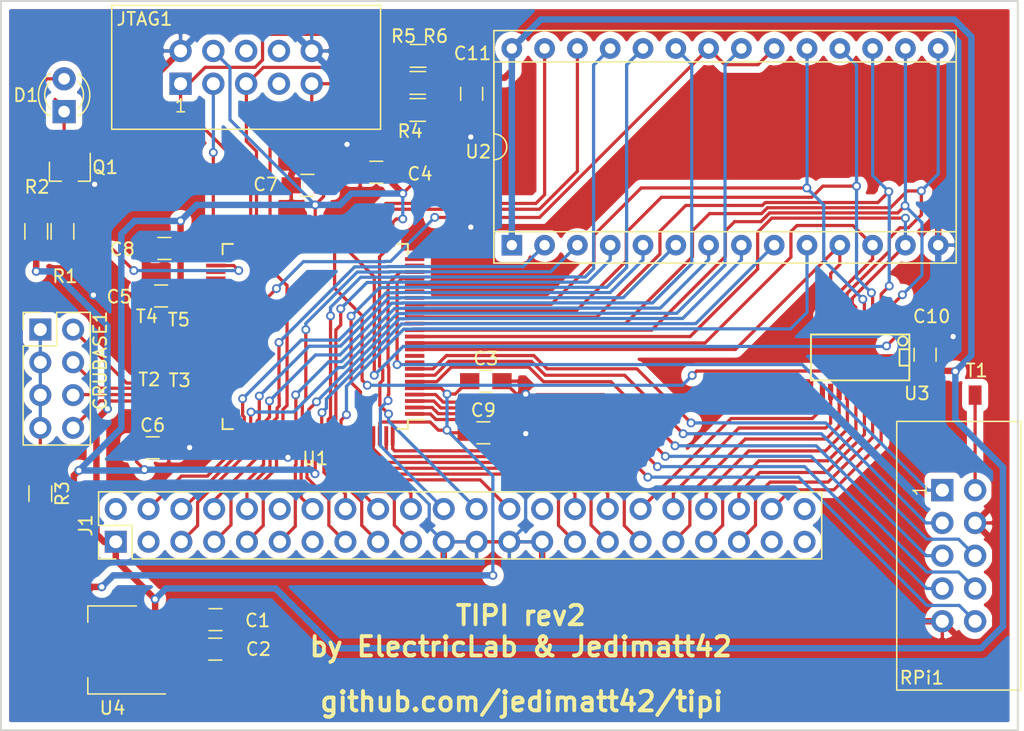
<source format=kicad_pcb>
(kicad_pcb (version 20171130) (host pcbnew 5.1.5-52549c5~86~ubuntu19.10.1)
  (title_block (title TIPI) (date 2017-09-11) (rev 2))
  (layers (0 F.Cu signal) (31 B.Cu signal) (34 B.Paste user) (35 F.Paste user) (36 B.SilkS user) (37 F.SilkS user) (38 B.Mask user) (39 F.Mask user) (44 Edge.Cuts user))
  (net 0 "")
  (net 1 +3V3)
  (net 2 GND)
  (net 3 +5V)
  (net 4 JTAG_TCK)
  (net 5 JTAG_TDO)
  (net 6 JTAG_TMS)
  (net 7 JTAG_TDI)
  (net 8 "Net-(D1-Pad1)")
  (net 9 "Net-(D1-Pad2)")
  (net 10 "Net-(J1-Pad2)")
  (net 11 "Net-(J1-Pad3)")
  (net 12 TI_EXTINT)
  (net 13 TI_A5)
  (net 14 TI_A10)
  (net 15 TI_A4)
  (net 16 TI_A11)
  (net 17 TI_DBIN)
  (net 18 TI_A3)
  (net 19 TI_A12)
  (net 20 "Net-(J1-Pad12)")
  (net 21 "Net-(J1-Pad13)")
  (net 22 TI_A8)
  (net 23 TI_A13)
  (net 24 TI_A14)
  (net 25 TI_A7)
  (net 26 TI_A9)
  (net 27 TI_A15)
  (net 28 TI_A2)
  (net 29 TI_CRUCLK)
  (net 30 TI_PH3)
  (net 31 TI_WE)
  (net 32 "Net-(J1-Pad28)")
  (net 33 TI_A6)
  (net 34 TI_A1)
  (net 35 TI_A0)
  (net 36 TI_MEMEN)
  (net 37 TI_CRUIN)
  (net 38 TI_D0)
  (net 39 TI_D3)
  (net 40 TI_D1)
  (net 41 TI_D7)
  (net 42 TI_D2)
  (net 43 TI_D5)
  (net 44 TI_D6)
  (net 45 "Net-(J1-Pad41)")
  (net 46 TI_D4)
  (net 47 "Net-(J1-Pad43)")
  (net 48 "Net-(J1-Pad44)")
  (net 49 R_DIN)
  (net 50 R_DOUT)
  (net 51 R_CLK)
  (net 52 R_RESET)
  (net 53 R_LE)
  (net 54 R_DC)
  (net 55 R_RT)
  (net 56 CRUB_0)
  (net 57 CRUB_1)
  (net 58 CRUB_2)
  (net 59 CRUB_3)
  (net 60 "Net-(Q1-Pad1)")
  (net 61 CRU0)
  (net 62 DSR_EN)
  (net 63 DSR_B0)
  (net 64 DSR_B1)
  (net 65 DB_DIR)
  (net 66 TP_D6)
  (net 67 DB_EN)
  (net 68 TP_D4)
  (net 69 TP_D7)
  (net 70 TP_D2)
  (net 71 TP_D5)
  (net 72 TP_D3)
  (net 73 TP_D1)
  (net 74 TP_D0)
  (net 75 "Net-(U1-Pad64)")
  (net 76 "Net-(U1-Pad32)")
  (net 77 "Net-(U1-Pad34)")
  (net 78 "Net-(U1-Pad36)")
  (net 79 "Net-(U1-Pad40)")
  (net 80 "Net-(U1-Pad46)")
  (net 81 "Net-(U1-Pad50)")
  (net 82 "Net-(U1-Pad53)")
  (net 83 "Net-(U1-Pad60)")
  (net 84 "Net-(U1-Pad63)")
  (net 85 "Net-(U1-Pad74)")
  (net 86 "Net-(U1-Pad37)")
  (net 87 "Net-(U1-Pad39)")
  (net 88 "Net-(U1-Pad41)")
  (net 89 "Net-(U1-Pad42)")
  (net 90 "Net-(U1-Pad43)")
  (net 91 "Net-(U1-Pad54)")
  (net 92 "Net-(U1-Pad55)")
  (net 93 "Net-(U1-Pad56)")
  (net 94 "Net-(U1-Pad58)")
  (net 95 "Net-(U1-Pad59)")
  (net 96 "Net-(U1-Pad9)")
  (net 97 "Net-(U1-Pad10)")
  (net 98 "Net-(U1-Pad19)")
  (net 99 "Net-(U1-Pad20)")
  (net 100 "Net-(U1-Pad24)")
  (net 101 "Net-(U1-Pad25)")
  (net 102 "Net-(U1-Pad28)")
  (net 103 "Net-(U1-Pad49)")
  (net 104 "Net-(JTAG1-Pad6)")
  (net 105 "Net-(JTAG1-Pad7)")
  (net 106 "Net-(JTAG1-Pad8)")
  (net 107 "Net-(RPi1-Pad2)")
  (net 108 "Net-(T2-Pad1)")
  (net 109 "Net-(T3-Pad1)")
  (net 110 "Net-(T4-Pad1)")
  (net 111 "Net-(T5-Pad1)")
  (net 112 "Net-(CRUBASE1-Pad1)")
  (module Housings_QFP:TQFP-100_14x14mm_Pitch0.5mm (layer F.Cu) (at 59.897 125.064 180)
    (fp_text reference U1 (at 0 -9.45 180) (layer F.SilkS))
    (fp_text value XC95144XL-TQ100)
    (pad 1 smd rect (at -7.7 -6 180) (size 1.5 0.3) (layers F.Cu F.Paste F.Mask) (net 37 TI_CRUIN))
    (pad 2 smd rect (at -7.7 -5.5 180) (size 1.5 0.3) (layers F.Cu F.Paste F.Mask) (net 54 R_DC))
    (pad 3 smd rect (at -7.7 -5 180) (size 1.5 0.3) (layers F.Cu F.Paste F.Mask) (net 52 R_RESET))
    (pad 4 smd rect (at -7.7 -4.5 180) (size 1.5 0.3) (layers F.Cu F.Paste F.Mask) (net 49 R_DIN))
    (pad 5 smd rect (at -7.7 -4 180) (size 1.5 0.3) (layers F.Cu F.Paste F.Mask) (net 1 +3V3))
    (pad 6 smd rect (at -7.7 -3.5 180) (size 1.5 0.3) (layers F.Cu F.Paste F.Mask) (net 53 R_LE))
    (pad 7 smd rect (at -7.7 -3 180) (size 1.5 0.3) (layers F.Cu F.Paste F.Mask) (net 50 R_DOUT))
    (pad 8 smd rect (at -7.7 -2.5 180) (size 1.5 0.3) (layers F.Cu F.Paste F.Mask) (net 55 R_RT))
    (pad 9 smd rect (at -7.7 -2 180) (size 1.5 0.3) (layers F.Cu F.Paste F.Mask) (net 96 "Net-(U1-Pad9)"))
    (pad 10 smd rect (at -7.7 -1.5 180) (size 1.5 0.3) (layers F.Cu F.Paste F.Mask) (net 97 "Net-(U1-Pad10)"))
    (pad 11 smd rect (at -7.7 -1 180) (size 1.5 0.3) (layers F.Cu F.Paste F.Mask) (net 74 TP_D0))
    (pad 12 smd rect (at -7.7 -0.5 180) (size 1.5 0.3) (layers F.Cu F.Paste F.Mask) (net 73 TP_D1))
    (pad 13 smd rect (at -7.7 0 180) (size 1.5 0.3) (layers F.Cu F.Paste F.Mask) (net 70 TP_D2))
    (pad 14 smd rect (at -7.7 0.5 180) (size 1.5 0.3) (layers F.Cu F.Paste F.Mask) (net 68 TP_D4))
    (pad 15 smd rect (at -7.7 1 180) (size 1.5 0.3) (layers F.Cu F.Paste F.Mask) (net 72 TP_D3))
    (pad 16 smd rect (at -7.7 1.5 180) (size 1.5 0.3) (layers F.Cu F.Paste F.Mask) (net 71 TP_D5))
    (pad 17 smd rect (at -7.7 2 180) (size 1.5 0.3) (layers F.Cu F.Paste F.Mask) (net 66 TP_D6))
    (pad 18 smd rect (at -7.7 2.5 180) (size 1.5 0.3) (layers F.Cu F.Paste F.Mask) (net 69 TP_D7))
    (pad 19 smd rect (at -7.7 3 180) (size 1.5 0.3) (layers F.Cu F.Paste F.Mask) (net 98 "Net-(U1-Pad19)"))
    (pad 20 smd rect (at -7.7 3.5 180) (size 1.5 0.3) (layers F.Cu F.Paste F.Mask) (net 99 "Net-(U1-Pad20)"))
    (pad 21 smd rect (at -7.7 4 180) (size 1.5 0.3) (layers F.Cu F.Paste F.Mask) (net 2 GND))
    (pad 22 smd rect (at -7.7 4.5 180) (size 1.5 0.3) (layers F.Cu F.Paste F.Mask) (net 51 R_CLK))
    (pad 23 smd rect (at -7.7 5 180) (size 1.5 0.3) (layers F.Cu F.Paste F.Mask) (net 29 TI_CRUCLK))
    (pad 24 smd rect (at -7.7 5.5 180) (size 1.5 0.3) (layers F.Cu F.Paste F.Mask) (net 100 "Net-(U1-Pad24)"))
    (pad 25 smd rect (at -7.7 6 180) (size 1.5 0.3) (layers F.Cu F.Paste F.Mask) (net 101 "Net-(U1-Pad25)"))
    (pad 26 smd rect (at -6 7.7 270) (size 1.5 0.3) (layers F.Cu F.Paste F.Mask) (net 1 +3V3))
    (pad 27 smd rect (at -5.5 7.7 270) (size 1.5 0.3) (layers F.Cu F.Paste F.Mask) (net 30 TI_PH3))
    (pad 28 smd rect (at -5 7.7 270) (size 1.5 0.3) (layers F.Cu F.Paste F.Mask) (net 102 "Net-(U1-Pad28)"))
    (pad 29 smd rect (at -4.5 7.7 270) (size 1.5 0.3) (layers F.Cu F.Paste F.Mask) (net 63 DSR_B0))
    (pad 30 smd rect (at -4 7.7 270) (size 1.5 0.3) (layers F.Cu F.Paste F.Mask) (net 64 DSR_B1))
    (pad 31 smd rect (at -3.5 7.7 270) (size 1.5 0.3) (layers F.Cu F.Paste F.Mask) (net 2 GND))
    (pad 32 smd rect (at -3 7.7 270) (size 1.5 0.3) (layers F.Cu F.Paste F.Mask) (net 76 "Net-(U1-Pad32)"))
    (pad 33 smd rect (at -2.5 7.7 270) (size 1.5 0.3) (layers F.Cu F.Paste F.Mask) (net 65 DB_DIR))
    (pad 34 smd rect (at -2 7.7 270) (size 1.5 0.3) (layers F.Cu F.Paste F.Mask) (net 77 "Net-(U1-Pad34)"))
    (pad 35 smd rect (at -1.5 7.7 270) (size 1.5 0.3) (layers F.Cu F.Paste F.Mask) (net 67 DB_EN))
    (pad 36 smd rect (at -1 7.7 270) (size 1.5 0.3) (layers F.Cu F.Paste F.Mask) (net 78 "Net-(U1-Pad36)"))
    (pad 37 smd rect (at -0.5 7.7 270) (size 1.5 0.3) (layers F.Cu F.Paste F.Mask) (net 86 "Net-(U1-Pad37)"))
    (pad 38 smd rect (at 0 7.7 270) (size 1.5 0.3) (layers F.Cu F.Paste F.Mask) (net 1 +3V3))
    (pad 39 smd rect (at 0.5 7.7 270) (size 1.5 0.3) (layers F.Cu F.Paste F.Mask) (net 87 "Net-(U1-Pad39)"))
    (pad 40 smd rect (at 1 7.7 270) (size 1.5 0.3) (layers F.Cu F.Paste F.Mask) (net 79 "Net-(U1-Pad40)"))
    (pad 41 smd rect (at 1.5 7.7 270) (size 1.5 0.3) (layers F.Cu F.Paste F.Mask) (net 88 "Net-(U1-Pad41)"))
    (pad 42 smd rect (at 2 7.7 270) (size 1.5 0.3) (layers F.Cu F.Paste F.Mask) (net 89 "Net-(U1-Pad42)"))
    (pad 43 smd rect (at 2.5 7.7 270) (size 1.5 0.3) (layers F.Cu F.Paste F.Mask) (net 90 "Net-(U1-Pad43)"))
    (pad 44 smd rect (at 3 7.7 270) (size 1.5 0.3) (layers F.Cu F.Paste F.Mask) (net 2 GND))
    (pad 45 smd rect (at 3.5 7.7 270) (size 1.5 0.3) (layers F.Cu F.Paste F.Mask) (net 7 JTAG_TDI))
    (pad 46 smd rect (at 4 7.7 270) (size 1.5 0.3) (layers F.Cu F.Paste F.Mask) (net 80 "Net-(U1-Pad46)"))
    (pad 47 smd rect (at 4.5 7.7 270) (size 1.5 0.3) (layers F.Cu F.Paste F.Mask) (net 6 JTAG_TMS))
    (pad 48 smd rect (at 5 7.7 270) (size 1.5 0.3) (layers F.Cu F.Paste F.Mask) (net 4 JTAG_TCK))
    (pad 49 smd rect (at 5.5 7.7 270) (size 1.5 0.3) (layers F.Cu F.Paste F.Mask) (net 103 "Net-(U1-Pad49)"))
    (pad 50 smd rect (at 6 7.7 270) (size 1.5 0.3) (layers F.Cu F.Paste F.Mask) (net 81 "Net-(U1-Pad50)"))
    (pad 51 smd rect (at 7.7 6 180) (size 1.5 0.3) (layers F.Cu F.Paste F.Mask) (net 1 +3V3))
    (pad 52 smd rect (at 7.7 5.5 180) (size 1.5 0.3) (layers F.Cu F.Paste F.Mask) (net 61 CRU0))
    (pad 53 smd rect (at 7.7 5 180) (size 1.5 0.3) (layers F.Cu F.Paste F.Mask) (net 82 "Net-(U1-Pad53)"))
    (pad 54 smd rect (at 7.7 4.5 180) (size 1.5 0.3) (layers F.Cu F.Paste F.Mask) (net 91 "Net-(U1-Pad54)"))
    (pad 55 smd rect (at 7.7 4 180) (size 1.5 0.3) (layers F.Cu F.Paste F.Mask) (net 92 "Net-(U1-Pad55)"))
    (pad 56 smd rect (at 7.7 3.5 180) (size 1.5 0.3) (layers F.Cu F.Paste F.Mask) (net 93 "Net-(U1-Pad56)"))
    (pad 57 smd rect (at 7.7 3 180) (size 1.5 0.3) (layers F.Cu F.Paste F.Mask) (net 1 +3V3))
    (pad 58 smd rect (at 7.7 2.5 180) (size 1.5 0.3) (layers F.Cu F.Paste F.Mask) (net 94 "Net-(U1-Pad58)"))
    (pad 59 smd rect (at 7.7 2 180) (size 1.5 0.3) (layers F.Cu F.Paste F.Mask) (net 95 "Net-(U1-Pad59)"))
    (pad 60 smd rect (at 7.7 1.5 180) (size 1.5 0.3) (layers F.Cu F.Paste F.Mask) (net 83 "Net-(U1-Pad60)"))
    (pad 61 smd rect (at 7.7 1 180) (size 1.5 0.3) (layers F.Cu F.Paste F.Mask) (net 62 DSR_EN))
    (pad 62 smd rect (at 7.7 0.5 180) (size 1.5 0.3) (layers F.Cu F.Paste F.Mask) (net 2 GND))
    (pad 63 smd rect (at 7.7 0 180) (size 1.5 0.3) (layers F.Cu F.Paste F.Mask) (net 84 "Net-(U1-Pad63)"))
    (pad 64 smd rect (at 7.7 -0.5 180) (size 1.5 0.3) (layers F.Cu F.Paste F.Mask) (net 75 "Net-(U1-Pad64)"))
    (pad 65 smd rect (at 7.7 -1 180) (size 1.5 0.3) (layers F.Cu F.Paste F.Mask) (net 111 "Net-(T5-Pad1)"))
    (pad 66 smd rect (at 7.7 -1.5 180) (size 1.5 0.3) (layers F.Cu F.Paste F.Mask) (net 110 "Net-(T4-Pad1)"))
    (pad 67 smd rect (at 7.7 -2 180) (size 1.5 0.3) (layers F.Cu F.Paste F.Mask) (net 109 "Net-(T3-Pad1)"))
    (pad 68 smd rect (at 7.7 -2.5 180) (size 1.5 0.3) (layers F.Cu F.Paste F.Mask) (net 108 "Net-(T2-Pad1)"))
    (pad 69 smd rect (at 7.7 -3 180) (size 1.5 0.3) (layers F.Cu F.Paste F.Mask) (net 2 GND))
    (pad 70 smd rect (at 7.7 -3.5 180) (size 1.5 0.3) (layers F.Cu F.Paste F.Mask) (net 56 CRUB_0))
    (pad 71 smd rect (at 7.7 -4 180) (size 1.5 0.3) (layers F.Cu F.Paste F.Mask) (net 57 CRUB_1))
    (pad 72 smd rect (at 7.7 -4.5 180) (size 1.5 0.3) (layers F.Cu F.Paste F.Mask) (net 58 CRUB_2))
    (pad 73 smd rect (at 7.7 -5 180) (size 1.5 0.3) (layers F.Cu F.Paste F.Mask) (net 59 CRUB_3))
    (pad 74 smd rect (at 7.7 -5.5 180) (size 1.5 0.3) (layers F.Cu F.Paste F.Mask) (net 85 "Net-(U1-Pad74)"))
    (pad 75 smd rect (at 7.7 -6 180) (size 1.5 0.3) (layers F.Cu F.Paste F.Mask) (net 2 GND))
    (pad 76 smd rect (at 6 -7.7 270) (size 1.5 0.3) (layers F.Cu F.Paste F.Mask) (net 12 TI_EXTINT))
    (pad 77 smd rect (at 5.5 -7.7 270) (size 1.5 0.3) (layers F.Cu F.Paste F.Mask) (net 14 TI_A10))
    (pad 78 smd rect (at 5 -7.7 270) (size 1.5 0.3) (layers F.Cu F.Paste F.Mask) (net 13 TI_A5))
    (pad 79 smd rect (at 4.5 -7.7 270) (size 1.5 0.3) (layers F.Cu F.Paste F.Mask) (net 16 TI_A11))
    (pad 80 smd rect (at 4 -7.7 270) (size 1.5 0.3) (layers F.Cu F.Paste F.Mask) (net 15 TI_A4))
    (pad 81 smd rect (at 3.5 -7.7 270) (size 1.5 0.3) (layers F.Cu F.Paste F.Mask) (net 18 TI_A3))
    (pad 82 smd rect (at 3 -7.7 270) (size 1.5 0.3) (layers F.Cu F.Paste F.Mask) (net 17 TI_DBIN))
    (pad 83 smd rect (at 2.5 -7.7 270) (size 1.5 0.3) (layers F.Cu F.Paste F.Mask) (net 5 JTAG_TDO))
    (pad 84 smd rect (at 2 -7.7 270) (size 1.5 0.3) (layers F.Cu F.Paste F.Mask) (net 2 GND))
    (pad 85 smd rect (at 1.5 -7.7 270) (size 1.5 0.3) (layers F.Cu F.Paste F.Mask) (net 19 TI_A12))
    (pad 86 smd rect (at 1 -7.7 270) (size 1.5 0.3) (layers F.Cu F.Paste F.Mask) (net 22 TI_A8))
    (pad 87 smd rect (at 0.5 -7.7 270) (size 1.5 0.3) (layers F.Cu F.Paste F.Mask) (net 23 TI_A13))
    (pad 88 smd rect (at 0 -7.7 270) (size 1.5 0.3) (layers F.Cu F.Paste F.Mask) (net 1 +3V3))
    (pad 89 smd rect (at -0.5 -7.7 270) (size 1.5 0.3) (layers F.Cu F.Paste F.Mask) (net 24 TI_A14))
    (pad 90 smd rect (at -1 -7.7 270) (size 1.5 0.3) (layers F.Cu F.Paste F.Mask) (net 25 TI_A7))
    (pad 91 smd rect (at -1.5 -7.7 270) (size 1.5 0.3) (layers F.Cu F.Paste F.Mask) (net 26 TI_A9))
    (pad 92 smd rect (at -2 -7.7 270) (size 1.5 0.3) (layers F.Cu F.Paste F.Mask) (net 27 TI_A15))
    (pad 93 smd rect (at -2.5 -7.7 270) (size 1.5 0.3) (layers F.Cu F.Paste F.Mask) (net 28 TI_A2))
    (pad 94 smd rect (at -3 -7.7 270) (size 1.5 0.3) (layers F.Cu F.Paste F.Mask) (net 31 TI_WE))
    (pad 95 smd rect (at -3.5 -7.7 270) (size 1.5 0.3) (layers F.Cu F.Paste F.Mask) (net 33 TI_A6))
    (pad 96 smd rect (at -4 -7.7 270) (size 1.5 0.3) (layers F.Cu F.Paste F.Mask) (net 34 TI_A1))
    (pad 97 smd rect (at -4.5 -7.7 270) (size 1.5 0.3) (layers F.Cu F.Paste F.Mask) (net 35 TI_A0))
    (pad 98 smd rect (at -5 -7.7 270) (size 1.5 0.3) (layers F.Cu F.Paste F.Mask) (net 1 +3V3))
    (pad 99 smd rect (at -5.5 -7.7 270) (size 1.5 0.3) (layers F.Cu F.Paste F.Mask) (net 36 TI_MEMEN))
    (pad 100 smd rect (at -6 -7.7 270) (size 1.5 0.3) (layers F.Cu F.Paste F.Mask) (net 2 GND))
  )
  (module Housings_DIP:DIP-28_W15.24mm_Socket (layer F.Cu) (at 75.1205 117.983 90)
    (fp_text reference U2 (at 7.239 -2.6035 180) (layer F.SilkS))
    (fp_text value 27C256)
    (pad 1 thru_hole rect (at 0 0 90) (size 1.6 1.6) (drill 0.8) (layers *.Cu *.Mask) (net 3 +5V))
    (pad 15 thru_hole oval (at 15.24 33.02 90) (size 1.6 1.6) (drill 0.8) (layers *.Cu *.Mask) (net 72 TP_D3))
    (pad 2 thru_hole oval (at 0 2.54 90) (size 1.6 1.6) (drill 0.8) (layers *.Cu *.Mask) (net 18 TI_A3))
    (pad 16 thru_hole oval (at 15.24 30.48 90) (size 1.6 1.6) (drill 0.8) (layers *.Cu *.Mask) (net 68 TP_D4))
    (pad 3 thru_hole oval (at 0 5.08 90) (size 1.6 1.6) (drill 0.8) (layers *.Cu *.Mask) (net 22 TI_A8))
    (pad 17 thru_hole oval (at 15.24 27.94 90) (size 1.6 1.6) (drill 0.8) (layers *.Cu *.Mask) (net 71 TP_D5))
    (pad 4 thru_hole oval (at 0 7.62 90) (size 1.6 1.6) (drill 0.8) (layers *.Cu *.Mask) (net 26 TI_A9))
    (pad 18 thru_hole oval (at 15.24 25.4 90) (size 1.6 1.6) (drill 0.8) (layers *.Cu *.Mask) (net 66 TP_D6))
    (pad 5 thru_hole oval (at 0 10.16 90) (size 1.6 1.6) (drill 0.8) (layers *.Cu *.Mask) (net 14 TI_A10))
    (pad 19 thru_hole oval (at 15.24 22.86 90) (size 1.6 1.6) (drill 0.8) (layers *.Cu *.Mask) (net 69 TP_D7))
    (pad 6 thru_hole oval (at 0 12.7 90) (size 1.6 1.6) (drill 0.8) (layers *.Cu *.Mask) (net 16 TI_A11))
    (pad 20 thru_hole oval (at 15.24 20.32 90) (size 1.6 1.6) (drill 0.8) (layers *.Cu *.Mask) (net 62 DSR_EN))
    (pad 7 thru_hole oval (at 0 15.24 90) (size 1.6 1.6) (drill 0.8) (layers *.Cu *.Mask) (net 19 TI_A12))
    (pad 21 thru_hole oval (at 15.24 17.78 90) (size 1.6 1.6) (drill 0.8) (layers *.Cu *.Mask) (net 13 TI_A5))
    (pad 8 thru_hole oval (at 0 17.78 90) (size 1.6 1.6) (drill 0.8) (layers *.Cu *.Mask) (net 23 TI_A13))
    (pad 22 thru_hole oval (at 15.24 15.24 90) (size 1.6 1.6) (drill 0.8) (layers *.Cu *.Mask) (net 62 DSR_EN))
    (pad 9 thru_hole oval (at 0 20.32 90) (size 1.6 1.6) (drill 0.8) (layers *.Cu *.Mask) (net 24 TI_A14))
    (pad 23 thru_hole oval (at 15.24 12.7 90) (size 1.6 1.6) (drill 0.8) (layers *.Cu *.Mask) (net 15 TI_A4))
    (pad 10 thru_hole oval (at 0 22.86 90) (size 1.6 1.6) (drill 0.8) (layers *.Cu *.Mask) (net 27 TI_A15))
    (pad 24 thru_hole oval (at 15.24 10.16 90) (size 1.6 1.6) (drill 0.8) (layers *.Cu *.Mask) (net 33 TI_A6))
    (pad 11 thru_hole oval (at 0 25.4 90) (size 1.6 1.6) (drill 0.8) (layers *.Cu *.Mask) (net 74 TP_D0))
    (pad 25 thru_hole oval (at 15.24 7.62 90) (size 1.6 1.6) (drill 0.8) (layers *.Cu *.Mask) (net 25 TI_A7))
    (pad 12 thru_hole oval (at 0 27.94 90) (size 1.6 1.6) (drill 0.8) (layers *.Cu *.Mask) (net 73 TP_D1))
    (pad 26 thru_hole oval (at 15.24 5.08 90) (size 1.6 1.6) (drill 0.8) (layers *.Cu *.Mask) (net 63 DSR_B0))
    (pad 13 thru_hole oval (at 0 30.48 90) (size 1.6 1.6) (drill 0.8) (layers *.Cu *.Mask) (net 70 TP_D2))
    (pad 27 thru_hole oval (at 15.24 2.54 90) (size 1.6 1.6) (drill 0.8) (layers *.Cu *.Mask) (net 64 DSR_B1))
    (pad 14 thru_hole oval (at 0 33.02 90) (size 1.6 1.6) (drill 0.8) (layers *.Cu *.Mask) (net 2 GND))
    (pad 28 thru_hole oval (at 15.24 0 90) (size 1.6 1.6) (drill 0.8) (layers *.Cu *.Mask) (net 3 +5V))
  )
  (module Capacitors_SMD:C_0805_HandSoldering (layer F.Cu) (at 47.9625 121.92 180)
    (fp_text reference C5 (at 3.2585 -0.0635 180) (layer F.SilkS))
    (fp_text value 0.1uf)
    (pad 1 smd rect (at -1.25 0 180) (size 1.5 1.25) (layers F.Cu F.Paste F.Mask) (net 1 +3V3))
    (pad 2 smd rect (at 1.25 0 180) (size 1.5 1.25) (layers F.Cu F.Paste F.Mask) (net 2 GND))
  )
  (module Capacitors_SMD:C_0805_HandSoldering (layer F.Cu) (at 47.3075 133.6875)
    (fp_text reference C6 (at 0 -1.75) (layer F.SilkS))
    (fp_text value 0.1uf)
    (pad 1 smd rect (at -1.25 0) (size 1.5 1.25) (layers F.Cu F.Paste F.Mask) (net 1 +3V3))
    (pad 2 smd rect (at 1.25 0) (size 1.5 1.25) (layers F.Cu F.Paste F.Mask) (net 2 GND))
  )
  (module Connect:IDC_Header_Straight_10pins (layer F.Cu) (at 49.4665 105.4735)
    (fp_text reference JTAG1 (at -2.794 -5.0165) (layer F.SilkS))
    (fp_text value AVR-JTAG-10)
    (fp_text user 1 (at 0.02 1.72) (layer F.SilkS) (effects (font (thickness 0.12))))
    (pad 1 thru_hole rect (at 0 0) (size 1.7272 1.7272) (drill 1.016) (layers *.Cu *.Mask) (net 4 JTAG_TCK))
    (pad 2 thru_hole oval (at 0 -2.54) (size 1.7272 1.7272) (drill 1.016) (layers *.Cu *.Mask) (net 2 GND))
    (pad 3 thru_hole oval (at 2.54 0) (size 1.7272 1.7272) (drill 1.016) (layers *.Cu *.Mask) (net 5 JTAG_TDO))
    (pad 4 thru_hole oval (at 2.54 -2.54) (size 1.7272 1.7272) (drill 1.016) (layers *.Cu *.Mask) (net 1 +3V3))
    (pad 5 thru_hole oval (at 5.08 0) (size 1.7272 1.7272) (drill 1.016) (layers *.Cu *.Mask) (net 6 JTAG_TMS))
    (pad 6 thru_hole oval (at 5.08 -2.54) (size 1.7272 1.7272) (drill 1.016) (layers *.Cu *.Mask) (net 104 "Net-(JTAG1-Pad6)"))
    (pad 7 thru_hole oval (at 7.62 0) (size 1.7272 1.7272) (drill 1.016) (layers *.Cu *.Mask) (net 105 "Net-(JTAG1-Pad7)"))
    (pad 8 thru_hole oval (at 7.62 -2.54) (size 1.7272 1.7272) (drill 1.016) (layers *.Cu *.Mask) (net 106 "Net-(JTAG1-Pad8)"))
    (pad 9 thru_hole oval (at 10.16 0) (size 1.7272 1.7272) (drill 1.016) (layers *.Cu *.Mask) (net 7 JTAG_TDI))
    (pad 10 thru_hole oval (at 10.16 -2.54) (size 1.7272 1.7272) (drill 1.016) (layers *.Cu *.Mask) (net 2 GND))
  )
  (module LEDs:LED_D3.0mm (layer F.Cu) (at 40.4495 107.6325 90)
    (fp_text reference D1 (at 1.27 -2.96 180) (layer F.SilkS))
    (fp_text value LED_ALT)
    (pad 1 thru_hole rect (at 0 0 90) (size 1.8 1.8) (drill 0.9) (layers *.Cu *.Mask) (net 8 "Net-(D1-Pad1)"))
    (pad 2 thru_hole circle (at 2.54 0 90) (size 1.8 1.8) (drill 0.9) (layers *.Cu *.Mask) (net 9 "Net-(D1-Pad2)"))
  )
  (module Pin_Headers:Pin_Header_Straight_2x22_Pitch2.54mm (layer F.Cu) (at 44.45 140.97 90)
    (fp_text reference J1 (at 1.27 -2.33 90) (layer F.SilkS))
    (fp_text value TI32kSideport)
    (pad 1 thru_hole rect (at 0 0 90) (size 1.7 1.7) (drill 1) (layers *.Cu *.Mask) (net 3 +5V))
    (pad 2 thru_hole oval (at 2.54 0 90) (size 1.7 1.7) (drill 1) (layers *.Cu *.Mask) (net 10 "Net-(J1-Pad2)"))
    (pad 3 thru_hole oval (at 0 2.54 90) (size 1.7 1.7) (drill 1) (layers *.Cu *.Mask) (net 11 "Net-(J1-Pad3)"))
    (pad 4 thru_hole oval (at 2.54 2.54 90) (size 1.7 1.7) (drill 1) (layers *.Cu *.Mask) (net 12 TI_EXTINT))
    (pad 5 thru_hole oval (at 0 5.08 90) (size 1.7 1.7) (drill 1) (layers *.Cu *.Mask) (net 13 TI_A5))
    (pad 6 thru_hole oval (at 2.54 5.08 90) (size 1.7 1.7) (drill 1) (layers *.Cu *.Mask) (net 14 TI_A10))
    (pad 7 thru_hole oval (at 0 7.62 90) (size 1.7 1.7) (drill 1) (layers *.Cu *.Mask) (net 15 TI_A4))
    (pad 8 thru_hole oval (at 2.54 7.62 90) (size 1.7 1.7) (drill 1) (layers *.Cu *.Mask) (net 16 TI_A11))
    (pad 9 thru_hole oval (at 0 10.16 90) (size 1.7 1.7) (drill 1) (layers *.Cu *.Mask) (net 17 TI_DBIN))
    (pad 10 thru_hole oval (at 2.54 10.16 90) (size 1.7 1.7) (drill 1) (layers *.Cu *.Mask) (net 18 TI_A3))
    (pad 11 thru_hole oval (at 0 12.7 90) (size 1.7 1.7) (drill 1) (layers *.Cu *.Mask) (net 19 TI_A12))
    (pad 12 thru_hole oval (at 2.54 12.7 90) (size 1.7 1.7) (drill 1) (layers *.Cu *.Mask) (net 20 "Net-(J1-Pad12)"))
    (pad 13 thru_hole oval (at 0 15.24 90) (size 1.7 1.7) (drill 1) (layers *.Cu *.Mask) (net 21 "Net-(J1-Pad13)"))
    (pad 14 thru_hole oval (at 2.54 15.24 90) (size 1.7 1.7) (drill 1) (layers *.Cu *.Mask) (net 22 TI_A8))
    (pad 15 thru_hole oval (at 0 17.78 90) (size 1.7 1.7) (drill 1) (layers *.Cu *.Mask) (net 23 TI_A13))
    (pad 16 thru_hole oval (at 2.54 17.78 90) (size 1.7 1.7) (drill 1) (layers *.Cu *.Mask) (net 24 TI_A14))
    (pad 17 thru_hole oval (at 0 20.32 90) (size 1.7 1.7) (drill 1) (layers *.Cu *.Mask) (net 25 TI_A7))
    (pad 18 thru_hole oval (at 2.54 20.32 90) (size 1.7 1.7) (drill 1) (layers *.Cu *.Mask) (net 26 TI_A9))
    (pad 19 thru_hole oval (at 0 22.86 90) (size 1.7 1.7) (drill 1) (layers *.Cu *.Mask) (net 27 TI_A15))
    (pad 20 thru_hole oval (at 2.54 22.86 90) (size 1.7 1.7) (drill 1) (layers *.Cu *.Mask) (net 28 TI_A2))
    (pad 21 thru_hole oval (at 0 25.4 90) (size 1.7 1.7) (drill 1) (layers *.Cu *.Mask) (net 2 GND))
    (pad 22 thru_hole oval (at 2.54 25.4 90) (size 1.7 1.7) (drill 1) (layers *.Cu *.Mask) (net 29 TI_CRUCLK))
    (pad 23 thru_hole oval (at 0 27.94 90) (size 1.7 1.7) (drill 1) (layers *.Cu *.Mask) (net 2 GND))
    (pad 24 thru_hole oval (at 2.54 27.94 90) (size 1.7 1.7) (drill 1) (layers *.Cu *.Mask) (net 30 TI_PH3))
    (pad 25 thru_hole oval (at 0 30.48 90) (size 1.7 1.7) (drill 1) (layers *.Cu *.Mask) (net 2 GND))
    (pad 26 thru_hole oval (at 2.54 30.48 90) (size 1.7 1.7) (drill 1) (layers *.Cu *.Mask) (net 31 TI_WE))
    (pad 27 thru_hole oval (at 0 33.02 90) (size 1.7 1.7) (drill 1) (layers *.Cu *.Mask) (net 2 GND))
    (pad 28 thru_hole oval (at 2.54 33.02 90) (size 1.7 1.7) (drill 1) (layers *.Cu *.Mask) (net 32 "Net-(J1-Pad28)"))
    (pad 29 thru_hole oval (at 0 35.56 90) (size 1.7 1.7) (drill 1) (layers *.Cu *.Mask) (net 33 TI_A6))
    (pad 30 thru_hole oval (at 2.54 35.56 90) (size 1.7 1.7) (drill 1) (layers *.Cu *.Mask) (net 34 TI_A1))
    (pad 31 thru_hole oval (at 0 38.1 90) (size 1.7 1.7) (drill 1) (layers *.Cu *.Mask) (net 35 TI_A0))
    (pad 32 thru_hole oval (at 2.54 38.1 90) (size 1.7 1.7) (drill 1) (layers *.Cu *.Mask) (net 36 TI_MEMEN))
    (pad 33 thru_hole oval (at 0 40.64 90) (size 1.7 1.7) (drill 1) (layers *.Cu *.Mask) (net 37 TI_CRUIN))
    (pad 34 thru_hole oval (at 2.54 40.64 90) (size 1.7 1.7) (drill 1) (layers *.Cu *.Mask) (net 41 TI_D7))
    (pad 35 thru_hole oval (at 0 43.18 90) (size 1.7 1.7) (drill 1) (layers *.Cu *.Mask) (net 46 TI_D4))
    (pad 36 thru_hole oval (at 2.54 43.18 90) (size 1.7 1.7) (drill 1) (layers *.Cu *.Mask) (net 44 TI_D6))
    (pad 37 thru_hole oval (at 0 45.72 90) (size 1.7 1.7) (drill 1) (layers *.Cu *.Mask) (net 38 TI_D0))
    (pad 38 thru_hole oval (at 2.54 45.72 90) (size 1.7 1.7) (drill 1) (layers *.Cu *.Mask) (net 43 TI_D5))
    (pad 39 thru_hole oval (at 0 48.26 90) (size 1.7 1.7) (drill 1) (layers *.Cu *.Mask) (net 42 TI_D2))
    (pad 40 thru_hole oval (at 2.54 48.26 90) (size 1.7 1.7) (drill 1) (layers *.Cu *.Mask) (net 40 TI_D1))
    (pad 41 thru_hole oval (at 0 50.8 90) (size 1.7 1.7) (drill 1) (layers *.Cu *.Mask) (net 45 "Net-(J1-Pad41)"))
    (pad 42 thru_hole oval (at 2.54 50.8 90) (size 1.7 1.7) (drill 1) (layers *.Cu *.Mask) (net 39 TI_D3))
    (pad 43 thru_hole oval (at 0 53.34 90) (size 1.7 1.7) (drill 1) (layers *.Cu *.Mask) (net 47 "Net-(J1-Pad43)"))
    (pad 44 thru_hole oval (at 2.54 53.34 90) (size 1.7 1.7) (drill 1) (layers *.Cu *.Mask) (net 48 "Net-(J1-Pad44)"))
  )
  (module Connect:IDC_Header_Straight_10pins (layer F.Cu) (at 108.458 136.9695 270)
    (fp_text reference RPi1 (at 14.5415 1.5875) (layer F.SilkS))
    (fp_text value RPI_CONN_02X05)
    (fp_text user 1 (at 0.02 1.72 270) (layer F.SilkS) (effects (font (thickness 0.12))))
    (pad 1 thru_hole rect (at 0 0 270) (size 1.7272 1.7272) (drill 1.016) (layers *.Cu *.Mask) (net 51 R_CLK))
    (pad 2 thru_hole oval (at 0 -2.54 270) (size 1.7272 1.7272) (drill 1.016) (layers *.Cu *.Mask) (net 107 "Net-(RPi1-Pad2)"))
    (pad 3 thru_hole oval (at 2.54 0 270) (size 1.7272 1.7272) (drill 1.016) (layers *.Cu *.Mask) (net 55 R_RT))
    (pad 4 thru_hole oval (at 2.54 -2.54 270) (size 1.7272 1.7272) (drill 1.016) (layers *.Cu *.Mask) (net 2 GND))
    (pad 5 thru_hole oval (at 5.08 0 270) (size 1.7272 1.7272) (drill 1.016) (layers *.Cu *.Mask) (net 53 R_LE))
    (pad 6 thru_hole oval (at 5.08 -2.54 270) (size 1.7272 1.7272) (drill 1.016) (layers *.Cu *.Mask) (net 50 R_DOUT))
    (pad 7 thru_hole oval (at 7.62 0 270) (size 1.7272 1.7272) (drill 1.016) (layers *.Cu *.Mask) (net 52 R_RESET))
    (pad 8 thru_hole oval (at 7.62 -2.54 270) (size 1.7272 1.7272) (drill 1.016) (layers *.Cu *.Mask) (net 49 R_DIN))
    (pad 9 thru_hole oval (at 10.16 0 270) (size 1.7272 1.7272) (drill 1.016) (layers *.Cu *.Mask) (net 2 GND))
    (pad 10 thru_hole oval (at 10.16 -2.54 270) (size 1.7272 1.7272) (drill 1.016) (layers *.Cu *.Mask) (net 54 R_DC))
  )
  (module Pin_Headers:Pin_Header_Straight_2x04_Pitch2.54mm (layer F.Cu) (at 38.608 124.5235)
    (fp_text reference CRUBASE1 (at 4.6355 2.413 90) (layer F.SilkS))
    (fp_text value CONN_02X04)
    (pad 1 thru_hole rect (at 0 0) (size 1.7 1.7) (drill 1) (layers *.Cu *.Mask) (net 112 "Net-(CRUBASE1-Pad1)"))
    (pad 2 thru_hole oval (at 2.54 0) (size 1.7 1.7) (drill 1) (layers *.Cu *.Mask) (net 56 CRUB_0))
    (pad 3 thru_hole oval (at 0 2.54) (size 1.7 1.7) (drill 1) (layers *.Cu *.Mask) (net 112 "Net-(CRUBASE1-Pad1)"))
    (pad 4 thru_hole oval (at 2.54 2.54) (size 1.7 1.7) (drill 1) (layers *.Cu *.Mask) (net 57 CRUB_1))
    (pad 5 thru_hole oval (at 0 5.08) (size 1.7 1.7) (drill 1) (layers *.Cu *.Mask) (net 112 "Net-(CRUBASE1-Pad1)"))
    (pad 6 thru_hole oval (at 2.54 5.08) (size 1.7 1.7) (drill 1) (layers *.Cu *.Mask) (net 58 CRUB_2))
    (pad 7 thru_hole oval (at 0 7.62) (size 1.7 1.7) (drill 1) (layers *.Cu *.Mask) (net 112 "Net-(CRUBASE1-Pad1)"))
    (pad 8 thru_hole oval (at 2.54 7.62) (size 1.7 1.7) (drill 1) (layers *.Cu *.Mask) (net 59 CRUB_3))
  )
  (module TO_SOT_Packages_SMD:SOT-23 (layer F.Cu) (at 40.894 112.268 270)
    (fp_text reference Q1 (at -0.3175 -2.7305) (layer F.SilkS))
    (fp_text value Q_NPN_BCE)
    (pad 1 smd rect (at -1 -0.95 270) (size 0.9 0.8) (layers F.Cu F.Paste F.Mask) (net 60 "Net-(Q1-Pad1)"))
    (pad 2 smd rect (at -1 0.95 270) (size 0.9 0.8) (layers F.Cu F.Paste F.Mask) (net 8 "Net-(D1-Pad1)"))
    (pad 3 smd rect (at 1 0 270) (size 0.9 0.8) (layers F.Cu F.Paste F.Mask) (net 2 GND))
  )
  (module Resistors_SMD:R_0805_HandSoldering (layer F.Cu) (at 40.3225 116.92 270)
    (fp_text reference R1 (at 3.476 -0.1905) (layer F.SilkS))
    (fp_text value 1k)
    (pad 1 smd rect (at -1.35 0 270) (size 1.5 1.3) (layers F.Cu F.Paste F.Mask) (net 60 "Net-(Q1-Pad1)"))
    (pad 2 smd rect (at 1.35 0 270) (size 1.5 1.3) (layers F.Cu F.Paste F.Mask) (net 61 CRU0))
  )
  (module Resistors_SMD:R_0805_HandSoldering (layer F.Cu) (at 38.2905 116.92 90)
    (fp_text reference R2 (at 3.4455 0.0635 180) (layer F.SilkS))
    (fp_text value 330)
    (pad 1 smd rect (at -1.35 0 90) (size 1.5 1.3) (layers F.Cu F.Paste F.Mask) (net 3 +5V))
    (pad 2 smd rect (at 1.35 0 90) (size 1.5 1.3) (layers F.Cu F.Paste F.Mask) (net 9 "Net-(D1-Pad2)"))
  )
  (module SMD_Packages:SSOP-20 (layer F.Cu) (at 102.0953 126.6825 180)
    (fp_text reference U3 (at -4.3942 -2.794 180) (layer F.SilkS))
    (fp_text value 74HCT245)
    (pad 1 smd rect (at -2.921 2.667 180) (size 0.4064 1.27) (layers F.Cu F.Paste F.Mask) (net 65 DB_DIR))
    (pad 2 smd rect (at -2.286 2.667 180) (size 0.4064 1.27) (layers F.Cu F.Paste F.Mask) (net 68 TP_D4))
    (pad 3 smd rect (at -1.6256 2.667 180) (size 0.4064 1.27) (layers F.Cu F.Paste F.Mask) (net 71 TP_D5))
    (pad 4 smd rect (at -0.9652 2.667 180) (size 0.4064 1.27) (layers F.Cu F.Paste F.Mask) (net 66 TP_D6))
    (pad 5 smd rect (at -0.3302 2.667 180) (size 0.4064 1.27) (layers F.Cu F.Paste F.Mask) (net 69 TP_D7))
    (pad 6 smd rect (at 0.3302 2.667 180) (size 0.4064 1.27) (layers F.Cu F.Paste F.Mask) (net 70 TP_D2))
    (pad 7 smd rect (at 0.9906 2.667 180) (size 0.4064 1.27) (layers F.Cu F.Paste F.Mask) (net 72 TP_D3))
    (pad 8 smd rect (at 1.6256 2.667 180) (size 0.4064 1.27) (layers F.Cu F.Paste F.Mask) (net 73 TP_D1))
    (pad 9 smd rect (at 2.286 2.667 180) (size 0.4064 1.27) (layers F.Cu F.Paste F.Mask) (net 74 TP_D0))
    (pad 10 smd rect (at 2.921 2.667 180) (size 0.4064 1.27) (layers F.Cu F.Paste F.Mask) (net 2 GND))
    (pad 11 smd rect (at 2.921 -2.667 180) (size 0.4064 1.27) (layers F.Cu F.Paste F.Mask) (net 41 TI_D7))
    (pad 12 smd rect (at 2.286 -2.667 180) (size 0.4064 1.27) (layers F.Cu F.Paste F.Mask) (net 44 TI_D6))
    (pad 13 smd rect (at 1.6256 -2.667 180) (size 0.4064 1.27) (layers F.Cu F.Paste F.Mask) (net 46 TI_D4))
    (pad 14 smd rect (at 0.9906 -2.667 180) (size 0.4064 1.27) (layers F.Cu F.Paste F.Mask) (net 43 TI_D5))
    (pad 15 smd rect (at 0.3302 -2.667 180) (size 0.4064 1.27) (layers F.Cu F.Paste F.Mask) (net 38 TI_D0))
    (pad 16 smd rect (at -0.3302 -2.667 180) (size 0.4064 1.27) (layers F.Cu F.Paste F.Mask) (net 40 TI_D1))
    (pad 17 smd rect (at -0.9652 -2.667 180) (size 0.4064 1.27) (layers F.Cu F.Paste F.Mask) (net 42 TI_D2))
    (pad 18 smd rect (at -1.6256 -2.667 180) (size 0.4064 1.27) (layers F.Cu F.Paste F.Mask) (net 39 TI_D3))
    (pad 19 smd rect (at -2.286 -2.667 180) (size 0.4064 1.27) (layers F.Cu F.Paste F.Mask) (net 67 DB_EN))
    (pad 20 smd rect (at -2.921 -2.667 180) (size 0.4064 1.27) (layers F.Cu F.Paste F.Mask) (net 3 +5V))
  )
  (module Capacitors_SMD:C_0805_HandSoldering (layer F.Cu) (at 48.2165 118.237 180)
    (fp_text reference C8 (at 3.2585 -0.0635 180) (layer F.SilkS))
    (fp_text value 0.1uf)
    (pad 1 smd rect (at -1.25 0 180) (size 1.5 1.25) (layers F.Cu F.Paste F.Mask) (net 1 +3V3))
    (pad 2 smd rect (at 1.25 0 180) (size 1.5 1.25) (layers F.Cu F.Paste F.Mask) (net 2 GND))
  )
  (module Resistors_SMD:R_0805_HandSoldering (layer F.Cu) (at 67.8345 107.5055)
    (fp_text reference R4 (at -0.588 1.651) (layer F.SilkS))
    (fp_text value 10k)
    (pad 1 smd rect (at -1.35 0) (size 1.5 1.3) (layers F.Cu F.Paste F.Mask) (net 7 JTAG_TDI))
    (pad 2 smd rect (at 1.35 0) (size 1.5 1.3) (layers F.Cu F.Paste F.Mask) (net 1 +3V3))
  )
  (module Resistors_SMD:R_0805_HandSoldering (layer F.Cu) (at 67.8345 105.41)
    (fp_text reference R5 (at -1.096 -3.6195) (layer F.SilkS))
    (fp_text value 10k)
    (pad 1 smd rect (at -1.35 0) (size 1.5 1.3) (layers F.Cu F.Paste F.Mask) (net 6 JTAG_TMS))
    (pad 2 smd rect (at 1.35 0) (size 1.5 1.3) (layers F.Cu F.Paste F.Mask) (net 1 +3V3))
  )
  (module Resistors_SMD:R_0805_HandSoldering (layer F.Cu) (at 67.865 103.3145)
    (fp_text reference R6 (at 1.35 -1.524) (layer F.SilkS))
    (fp_text value 10k)
    (pad 1 smd rect (at -1.35 0) (size 1.5 1.3) (layers F.Cu F.Paste F.Mask) (net 4 JTAG_TCK))
    (pad 2 smd rect (at 1.35 0) (size 1.5 1.3) (layers F.Cu F.Paste F.Mask) (net 1 +3V3))
  )
  (module Capacitors_SMD:C_0805_HandSoldering (layer F.Cu) (at 52.177 147.0025)
    (fp_text reference C1 (at 3.2585 0.0635) (layer F.SilkS))
    (fp_text value 10uf)
    (pad 1 smd rect (at -1.25 0) (size 1.5 1.25) (layers F.Cu F.Paste F.Mask) (net 3 +5V))
    (pad 2 smd rect (at 1.25 0) (size 1.5 1.25) (layers F.Cu F.Paste F.Mask) (net 2 GND))
  )
  (module Capacitors_SMD:C_0805_HandSoldering (layer F.Cu) (at 52.1535 149.2885)
    (fp_text reference C2 (at 3.3455 0) (layer F.SilkS))
    (fp_text value 22uf)
    (pad 1 smd rect (at -1.25 0) (size 1.5 1.25) (layers F.Cu F.Paste F.Mask) (net 1 +3V3))
    (pad 2 smd rect (at 1.25 0) (size 1.5 1.25) (layers F.Cu F.Paste F.Mask) (net 2 GND))
  )
  (module Capacitors_SMD:C_0805_HandSoldering (layer F.Cu) (at 73.1085 128.524)
    (fp_text reference C3 (at 0 -1.75) (layer F.SilkS))
    (fp_text value 0.1uf)
    (pad 1 smd rect (at -1.25 0) (size 1.5 1.25) (layers F.Cu F.Paste F.Mask) (net 1 +3V3))
    (pad 2 smd rect (at 1.25 0) (size 1.5 1.25) (layers F.Cu F.Paste F.Mask) (net 2 GND))
  )
  (module Capacitors_SMD:C_0805_HandSoldering (layer F.Cu) (at 64.623 112.3315 180)
    (fp_text reference C4 (at -3.3855 -0.127 180) (layer F.SilkS))
    (fp_text value 0.1uf)
    (pad 1 smd rect (at -1.25 0 180) (size 1.5 1.25) (layers F.Cu F.Paste F.Mask) (net 1 +3V3))
    (pad 2 smd rect (at 1.25 0 180) (size 1.5 1.25) (layers F.Cu F.Paste F.Mask) (net 2 GND))
  )
  (module Capacitors_SMD:C_0805_HandSoldering (layer F.Cu) (at 59.289 113.3475 180)
    (fp_text reference C7 (at 3.2185 0.0635 180) (layer F.SilkS))
    (fp_text value 0.1uf)
    (pad 1 smd rect (at -1.25 0 180) (size 1.5 1.25) (layers F.Cu F.Paste F.Mask) (net 1 +3V3))
    (pad 2 smd rect (at 1.25 0 180) (size 1.5 1.25) (layers F.Cu F.Paste F.Mask) (net 2 GND))
  )
  (module Capacitors_SMD:C_0805_HandSoldering (layer F.Cu) (at 72.918 132.5245)
    (fp_text reference C9 (at 0 -1.75) (layer F.SilkS))
    (fp_text value 0.1uf)
    (pad 1 smd rect (at -1.25 0) (size 1.5 1.25) (layers F.Cu F.Paste F.Mask) (net 1 +3V3))
    (pad 2 smd rect (at 1.25 0) (size 1.5 1.25) (layers F.Cu F.Paste F.Mask) (net 2 GND))
  )
  (module Capacitors_SMD:C_0805_HandSoldering (layer F.Cu) (at 107.1245 126.472 270)
    (fp_text reference C10 (at -2.9645 -0.508) (layer F.SilkS))
    (fp_text value 0.1uf)
    (pad 1 smd rect (at -1.25 0 270) (size 1.5 1.25) (layers F.Cu F.Paste F.Mask) (net 2 GND))
    (pad 2 smd rect (at 1.25 0 270) (size 1.5 1.25) (layers F.Cu F.Paste F.Mask) (net 3 +5V))
  )
  (module Capacitors_SMD:C_0805_HandSoldering (layer F.Cu) (at 72.009 106.2555 90)
    (fp_text reference C11 (at 3.1315 0.0635 180) (layer F.SilkS))
    (fp_text value 0.1uf)
    (pad 1 smd rect (at -1.25 0 90) (size 1.5 1.25) (layers F.Cu F.Paste F.Mask) (net 2 GND))
    (pad 2 smd rect (at 1.25 0 90) (size 1.5 1.25) (layers F.Cu F.Paste F.Mask) (net 3 +5V))
  )
  (module Wire_Pads:SolderWirePad_single_0-8mmDrill (layer F.Cu) (at 110.998 129.6035)
    (fp_text reference T1 (at 0.127 -1.905) (layer F.SilkS))
    (fp_text value TEST_1P)
    (pad 1 smd rect (at 0 0) (size 1 1.5) (layers F.Cu F.Paste F.Mask) (net 107 "Net-(RPi1-Pad2)"))
  )
  (module Wire_Pads:SolderWirePad_single_0-8mmDrill (layer F.Cu) (at 46.9265 127 90)
    (fp_text reference T2 (at -1.397 0.127 180) (layer F.SilkS))
    (fp_text value TEST_1P)
    (pad 1 smd rect (at 0 0 90) (size 1 1.5) (layers F.Cu F.Paste F.Mask) (net 108 "Net-(T2-Pad1)"))
  )
  (module Wire_Pads:SolderWirePad_single_0-8mmDrill (layer F.Cu) (at 49.403 127 90)
    (fp_text reference T3 (at -1.4605 0 180) (layer F.SilkS))
    (fp_text value TEST_1P)
    (pad 1 smd rect (at 0 0 90) (size 1 1.5) (layers F.Cu F.Paste F.Mask) (net 109 "Net-(T3-Pad1)"))
  )
  (module Wire_Pads:SolderWirePad_single_0-8mmDrill (layer F.Cu) (at 46.863 124.7775 90)
    (fp_text reference T4 (at 1.27 0 180) (layer F.SilkS))
    (fp_text value TEST_1P)
    (pad 1 smd rect (at 0 0 90) (size 1 1.5) (layers F.Cu F.Paste F.Mask) (net 110 "Net-(T4-Pad1)"))
  )
  (module Wire_Pads:SolderWirePad_single_0-8mmDrill (layer F.Cu) (at 49.403 125.0315 90)
    (fp_text reference T5 (at 1.27 -0.0635) (layer F.SilkS))
    (fp_text value TEST_1P)
    (pad 1 smd rect (at 0 0 90) (size 1 1.5) (layers F.Cu F.Paste F.Mask) (net 111 "Net-(T5-Pad1)"))
  )
  (module Resistors_SMD:R_0805_HandSoldering (layer F.Cu) (at 38.608 137.24 270)
    (fp_text reference R3 (at 0 -1.7 270) (layer F.SilkS))
    (fp_text value 1k)
    (pad 1 smd rect (at -1.35 0 270) (size 1.5 1.3) (layers F.Cu F.Paste F.Mask) (net 112 "Net-(CRUBASE1-Pad1)"))
    (pad 2 smd rect (at 1.35 0 270) (size 1.5 1.3) (layers F.Cu F.Paste F.Mask) (net 2 GND))
  )
  (module TO_SOT_Packages_SMD:SOT-223 (layer F.Cu) (at 44.196 149.352 180)
    (fp_text reference U4 (at 0 -4.5 180) (layer F.SilkS))
    (fp_text value LM1117-3.3)
    (pad 4 smd rect (at 3.15 0 180) (size 2 3.8) (layers F.Cu F.Paste F.Mask) (net 1 +3V3))
    (pad 2 smd rect (at -3.15 0 180) (size 2 1.5) (layers F.Cu F.Paste F.Mask) (net 1 +3V3))
    (pad 3 smd rect (at -3.15 2.3 180) (size 2 1.5) (layers F.Cu F.Paste F.Mask) (net 3 +5V))
    (pad 1 smd rect (at -3.15 -2.3 180) (size 2 1.5) (layers F.Cu F.Paste F.Mask) (net 2 GND))
  )
  (gr_text github.com/jedimatt42/tipi (at 75.8825 153.3525) (layer F.SilkS) (effects (font (size 1.5 1.5) (thickness 0.3))))
  (gr_text "TIPI rev2\nby ElectricLab & Jedimatt42" (at 75.819 147.8915) (layer F.SilkS) (effects (font (size 1.5 1.5) (thickness 0.3))))
  (gr_line (start 35.56 155.575) (end 35.56 99.06) (layer Edge.Cuts) (width 0.15))
  (gr_line (start 114.3 155.575) (end 35.56 155.575) (layer Edge.Cuts) (width 0.15))
  (gr_line (start 114.3 99.06) (end 114.3 155.575) (layer Edge.Cuts) (width 0.15))
  (gr_line (start 35.56 99.06) (end 114.3 99.06) (layer Edge.Cuts) (width 0.15))
  (segment (start 41.5925 135.4455) (end 44.88064 132.15736) (width 0.5) (layer B.Cu) (net 1))
  (segment (start 44.88064 132.15736) (end 44.88064 117.130816) (width 0.5) (layer B.Cu) (net 1))
  (segment (start 44.88064 117.130816) (end 45.904154 116.107302) (width 0.5) (layer B.Cu) (net 1))
  (segment (start 45.904154 116.107302) (end 49.47348 116.107302) (width 0.5) (layer B.Cu) (net 1))
  (segment (start 49.4665 116.114282) (end 49.47348 116.107302) (width 0.5) (layer F.Cu) (net 1))
  (segment (start 49.4665 118.237) (end 49.4665 116.114282) (width 0.5) (layer F.Cu) (net 1))
  (segment (start 49.816379 115.764403) (end 49.47348 116.107302) (width 0.5) (layer B.Cu) (net 1))
  (segment (start 59.897 114.8645) (end 50.716282 114.8645) (width 0.5) (layer B.Cu) (net 1))
  (segment (start 50.716282 114.8645) (end 49.816379 115.764403) (width 0.5) (layer B.Cu) (net 1))
  (via (at 49.47348 116.107302) (size 0.6858) (drill 0.4064) (layers F.Cu B.Cu) (net 1))
  (segment (start 49.2125 121.92) (end 49.2125 121.944452) (width 0.25) (layer F.Cu) (net 1))
  (segment (start 49.2125 121.944452) (end 49.332048 122.064) (width 0.25) (layer F.Cu) (net 1))
  (segment (start 49.332048 122.064) (end 52.197 122.064) (width 0.25) (layer F.Cu) (net 1))
  (segment (start 52.197 119.064) (end 51.119 119.064) (width 0.25) (layer F.Cu) (net 1))
  (segment (start 51.119 119.064) (end 50.292 118.237) (width 0.25) (layer F.Cu) (net 1))
  (segment (start 50.292 118.237) (end 49.4665 118.237) (width 0.25) (layer F.Cu) (net 1))
  (segment (start 49.4665 118.237) (end 49.4665 121.666) (width 0.5) (layer F.Cu) (net 1))
  (segment (start 49.4665 121.666) (end 49.2125 121.92) (width 0.25) (layer F.Cu) (net 1))
  (segment (start 46.6725 135.382) (end 48.777674 135.382) (width 0.5) (layer B.Cu) (net 1))
  (segment (start 48.777674 135.382) (end 48.77901 135.383336) (width 0.5) (layer B.Cu) (net 1))
  (segment (start 59.564336 135.383336) (end 59.8805 135.6995) (width 0.5) (layer B.Cu) (net 1))
  (segment (start 48.77901 135.383336) (end 59.564336 135.383336) (width 0.5) (layer B.Cu) (net 1))
  (segment (start 69.1845 107.5055) (end 69.1845 111.473) (width 0.25) (layer F.Cu) (net 1))
  (segment (start 69.1845 111.473) (end 66.675 113.9825) (width 0.25) (layer F.Cu) (net 1))
  (segment (start 69.1845 105.41) (end 69.1845 107.5055) (width 0.25) (layer F.Cu) (net 1))
  (segment (start 69.215 103.3145) (end 69.215 105.3795) (width 0.25) (layer F.Cu) (net 1))
  (segment (start 69.215 105.3795) (end 69.1845 105.41) (width 0.25) (layer F.Cu) (net 1))
  (segment (start 66.675 113.9825) (end 62.686427 113.9825) (width 0.5) (layer B.Cu) (net 1))
  (segment (start 62.686427 113.9825) (end 61.804427 114.8645) (width 0.5) (layer B.Cu) (net 1))
  (segment (start 61.804427 114.8645) (end 59.897 114.8645) (width 0.5) (layer B.Cu) (net 1))
  (segment (start 59.897 114.8645) (end 53.293645 108.261145) (width 0.25) (layer B.Cu) (net 1))
  (segment (start 53.293645 108.261145) (end 53.293645 104.220645) (width 0.25) (layer B.Cu) (net 1))
  (segment (start 53.293645 104.220645) (end 52.870099 103.797099) (width 0.25) (layer B.Cu) (net 1))
  (segment (start 52.870099 103.797099) (end 52.0065 102.9335) (width 0.25) (layer B.Cu) (net 1))
  (segment (start 69.673905 132.321487) (end 70.098169 132.321487) (width 0.25) (layer F.Cu) (net 1))
  (segment (start 68.80055 131.688999) (end 69.433038 132.321487) (width 0.25) (layer F.Cu) (net 1))
  (segment (start 64.897 131.764) (end 64.972001 131.688999) (width 0.25) (layer F.Cu) (net 1))
  (segment (start 64.897 132.764) (end 64.897 131.764) (width 0.25) (layer F.Cu) (net 1))
  (segment (start 64.972001 131.688999) (end 68.80055 131.688999) (width 0.25) (layer F.Cu) (net 1))
  (segment (start 69.433038 132.321487) (end 69.673905 132.321487) (width 0.25) (layer F.Cu) (net 1))
  (segment (start 71.7335 128.524) (end 70.735699 129.521801) (width 0.25) (layer F.Cu) (net 1))
  (segment (start 69.804001 129.221802) (end 70.104 129.521801) (width 0.25) (layer F.Cu) (net 1))
  (segment (start 67.597 129.064) (end 69.646199 129.064) (width 0.25) (layer F.Cu) (net 1))
  (segment (start 70.528264 129.521801) (end 70.104 129.521801) (width 0.25) (layer F.Cu) (net 1))
  (segment (start 71.8585 128.524) (end 71.7335 128.524) (width 0.25) (layer F.Cu) (net 1))
  (segment (start 69.646199 129.064) (end 69.804001 129.221802) (width 0.25) (layer F.Cu) (net 1))
  (segment (start 70.735699 129.521801) (end 70.528264 129.521801) (width 0.25) (layer F.Cu) (net 1))
  (via (at 70.104 129.521801) (size 0.6858) (drill 0.4064) (layers F.Cu B.Cu) (net 1))
  (segment (start 70.098169 132.321487) (end 70.098169 129.527632) (width 0.25) (layer B.Cu) (net 1))
  (segment (start 70.098169 129.527632) (end 70.104 129.521801) (width 0.25) (layer B.Cu) (net 1))
  (via (at 59.897 114.8645) (size 0.6858) (drill 0.4064) (layers F.Cu B.Cu) (net 1))
  (segment (start 41.5925 135.4455) (end 46.609 135.4455) (width 0.5) (layer B.Cu) (net 1))
  (segment (start 46.609 135.4455) (end 46.6725 135.382) (width 0.5) (layer B.Cu) (net 1))
  (segment (start 41.198 149.2885) (end 41.198 135.84) (width 0.5) (layer F.Cu) (net 1))
  (segment (start 41.198 135.84) (end 41.5925 135.4455) (width 0.5) (layer F.Cu) (net 1))
  (via (at 41.5925 135.4455) (size 0.6858) (drill 0.4064) (layers F.Cu B.Cu) (net 1))
  (segment (start 44.261321 143.571679) (end 60.833 143.571679) (width 0.5) (layer B.Cu) (net 1))
  (segment (start 60.833 143.571679) (end 73.22928 143.571679) (width 0.5) (layer B.Cu) (net 1))
  (segment (start 73.22928 143.571679) (end 73.653544 143.571679) (width 0.5) (layer B.Cu) (net 1))
  (segment (start 43.3705 144.4625) (end 44.261321 143.571679) (width 0.5) (layer B.Cu) (net 1))
  (segment (start 73.653544 135.876862) (end 73.653544 143.147415) (width 0.25) (layer B.Cu) (net 1))
  (segment (start 73.653544 143.147415) (end 73.653544 143.571679) (width 0.25) (layer B.Cu) (net 1))
  (segment (start 70.098169 132.321487) (end 73.653544 135.876862) (width 0.25) (layer B.Cu) (net 1))
  (via (at 73.653544 143.571679) (size 0.6858) (drill 0.4064) (layers F.Cu B.Cu) (net 1))
  (segment (start 41.198 149.2885) (end 41.198 145.8885) (width 0.5) (layer F.Cu) (net 1))
  (segment (start 41.198 145.8885) (end 42.624 144.4625) (width 0.5) (layer F.Cu) (net 1))
  (segment (start 42.624 144.4625) (end 43.3705 144.4625) (width 0.5) (layer F.Cu) (net 1))
  (via (at 43.3705 144.4625) (size 0.6858) (drill 0.4064) (layers F.Cu B.Cu) (net 1))
  (segment (start 70.098169 132.321487) (end 70.301182 132.5245) (width 0.25) (layer F.Cu) (net 1))
  (segment (start 70.301182 132.5245) (end 70.555182 132.5245) (width 0.25) (layer F.Cu) (net 1))
  (segment (start 70.555182 132.5245) (end 71.668 132.5245) (width 0.25) (layer F.Cu) (net 1))
  (via (at 70.098169 132.321487) (size 0.6858) (drill 0.4064) (layers F.Cu B.Cu) (net 1))
  (segment (start 66.167 115.951) (end 65.897 116.221) (width 0.25) (layer F.Cu) (net 1))
  (segment (start 65.897 116.221) (end 65.897 117.364) (width 0.25) (layer F.Cu) (net 1))
  (segment (start 66.675 115.951) (end 66.167 115.951) (width 0.25) (layer F.Cu) (net 1))
  (segment (start 66.675 113.9825) (end 66.675 115.951) (width 0.25) (layer B.Cu) (net 1))
  (via (at 66.675 115.951) (size 0.6858) (drill 0.4064) (layers F.Cu B.Cu) (net 1))
  (segment (start 65.873 112.3315) (end 65.873 113.1805) (width 0.5) (layer F.Cu) (net 1))
  (via (at 66.675 113.9825) (size 0.6858) (drill 0.4064) (layers F.Cu B.Cu) (net 1))
  (segment (start 65.873 113.1805) (end 66.675 113.9825) (width 0.5) (layer F.Cu) (net 1))
  (segment (start 60.539 113.3475) (end 60.539 114.2225) (width 0.25) (layer F.Cu) (net 1))
  (segment (start 59.897 116.364) (end 59.897 117.364) (width 0.25) (layer F.Cu) (net 1))
  (segment (start 60.539 114.2225) (end 59.897 114.8645) (width 0.25) (layer F.Cu) (net 1))
  (segment (start 59.897 114.8645) (end 59.897 116.364) (width 0.25) (layer F.Cu) (net 1))
  (segment (start 59.897 135.683) (end 59.8805 135.6995) (width 0.25) (layer F.Cu) (net 1))
  (segment (start 59.897 132.764) (end 59.897 135.683) (width 0.25) (layer F.Cu) (net 1))
  (via (at 59.8805 135.6995) (size 0.6858) (drill 0.4064) (layers F.Cu B.Cu) (net 1))
  (segment (start 46.0575 133.6875) (end 46.0575 134.767) (width 0.25) (layer F.Cu) (net 1))
  (segment (start 46.0575 134.767) (end 46.6725 135.382) (width 0.25) (layer F.Cu) (net 1))
  (via (at 46.6725 135.382) (size 0.6858) (drill 0.4064) (layers F.Cu B.Cu) (net 1))
  (segment (start 47.498 149.2885) (end 41.198 149.2885) (width 0.5) (layer F.Cu) (net 1))
  (segment (start 47.498 149.2885) (end 48.848 149.2885) (width 0.5) (layer F.Cu) (net 1))
  (segment (start 48.848 149.2885) (end 50.9035 149.2885) (width 0.5) (layer F.Cu) (net 1))
  (segment (start 53.4035 149.2885) (end 53.4035 151.13) (width 0.5) (layer F.Cu) (net 2))
  (segment (start 53.4035 151.13) (end 52.959 151.5745) (width 0.5) (layer F.Cu) (net 2))
  (segment (start 52.959 151.5745) (end 47.504 151.5745) (width 0.5) (layer F.Cu) (net 2))
  (segment (start 47.504 151.5745) (end 47.498 151.5685) (width 0.5) (layer F.Cu) (net 2))
  (segment (start 47.498 151.5685) (end 47.498 153.289) (width 0.5) (layer F.Cu) (net 2))
  (segment (start 46.99 153.797) (end 39.377231 153.797) (width 0.5) (layer F.Cu) (net 2))
  (segment (start 38.608 141.351) (end 38.608 138.59) (width 0.5) (layer F.Cu) (net 2))
  (segment (start 47.498 153.289) (end 46.99 153.797) (width 0.5) (layer F.Cu) (net 2))
  (segment (start 39.377231 153.797) (end 38.608 153.027769) (width 0.5) (layer F.Cu) (net 2))
  (segment (start 38.608 153.027769) (end 38.608 141.351) (width 0.5) (layer F.Cu) (net 2))
  (segment (start 78.5495 116.586) (end 72.430433 116.586) (width 0.5) (layer F.Cu) (net 2))
  (segment (start 82.710333 112.425167) (end 78.5495 116.586) (width 0.5) (layer F.Cu) (net 2))
  (segment (start 108.1405 113.724353) (end 106.841314 112.425167) (width 0.5) (layer F.Cu) (net 2))
  (segment (start 106.841314 112.425167) (end 82.710333 112.425167) (width 0.5) (layer F.Cu) (net 2))
  (segment (start 108.1405 117.983) (end 108.1405 113.724353) (width 0.5) (layer F.Cu) (net 2))
  (segment (start 72.430433 116.586) (end 71.9455 116.586) (width 0.5) (layer F.Cu) (net 2))
  (segment (start 71.9455 117.070933) (end 71.9455 116.586) (width 0.25) (layer F.Cu) (net 2))
  (segment (start 71.9455 117.7155) (end 71.9455 117.070933) (width 0.25) (layer F.Cu) (net 2))
  (segment (start 68.597 121.064) (end 71.9455 117.7155) (width 0.25) (layer F.Cu) (net 2))
  (segment (start 67.597 121.064) (end 68.597 121.064) (width 0.25) (layer F.Cu) (net 2))
  (segment (start 36.703 137.835) (end 36.703 122.809) (width 0.5) (layer F.Cu) (net 2))
  (segment (start 36.703 122.809) (end 37.6555 121.8565) (width 0.5) (layer F.Cu) (net 2))
  (segment (start 38.608 138.59) (end 37.458 138.59) (width 0.5) (layer F.Cu) (net 2))
  (segment (start 37.458 138.59) (end 36.703 137.835) (width 0.5) (layer F.Cu) (net 2))
  (segment (start 46.7125 122.795) (end 46.7125 121.92) (width 0.25) (layer F.Cu) (net 2))
  (segment (start 45.537072 127.506729) (end 45.537072 123.970428) (width 0.25) (layer F.Cu) (net 2))
  (segment (start 50.53344 128.192522) (end 46.222865 128.192522) (width 0.25) (layer F.Cu) (net 2))
  (segment (start 45.537072 123.970428) (end 46.7125 122.795) (width 0.25) (layer F.Cu) (net 2))
  (segment (start 46.222865 128.192522) (end 45.537072 127.506729) (width 0.25) (layer F.Cu) (net 2))
  (segment (start 52.197 128.064) (end 50.661962 128.064) (width 0.25) (layer F.Cu) (net 2))
  (segment (start 50.661962 128.064) (end 50.53344 128.192522) (width 0.25) (layer F.Cu) (net 2))
  (segment (start 65.0875 134.4295) (end 68.722599 138.064599) (width 0.25) (layer B.Cu) (net 2))
  (segment (start 68.722599 139.842599) (end 69.000001 140.120001) (width 0.25) (layer B.Cu) (net 2))
  (segment (start 68.722599 138.064599) (end 68.722599 139.842599) (width 0.25) (layer B.Cu) (net 2))
  (segment (start 69.000001 140.120001) (end 69.85 140.97) (width 0.25) (layer B.Cu) (net 2))
  (segment (start 58.271984 134.4295) (end 65.0875 134.4295) (width 0.25) (layer B.Cu) (net 2))
  (segment (start 57.785 134.431551) (end 58.269933 134.431551) (width 0.25) (layer B.Cu) (net 2))
  (segment (start 58.269933 134.431551) (end 58.271984 134.4295) (width 0.25) (layer B.Cu) (net 2))
  (segment (start 52.197 124.564) (end 50.905467 124.564) (width 0.25) (layer F.Cu) (net 2))
  (segment (start 48.125736 118.434797) (end 47.927939 118.237) (width 0.25) (layer F.Cu) (net 2))
  (segment (start 50.905467 124.564) (end 49.327692 122.986225) (width 0.25) (layer F.Cu) (net 2))
  (segment (start 49.327692 122.986225) (end 48.264664 122.986225) (width 0.25) (layer F.Cu) (net 2))
  (segment (start 48.264664 122.986225) (end 48.04221 122.763771) (width 0.25) (layer F.Cu) (net 2))
  (segment (start 48.04221 122.763771) (end 48.04221 120.038502) (width 0.25) (layer F.Cu) (net 2))
  (segment (start 47.927939 118.237) (end 46.9665 118.237) (width 0.25) (layer F.Cu) (net 2))
  (segment (start 48.04221 120.038502) (end 48.125736 119.954976) (width 0.25) (layer F.Cu) (net 2))
  (segment (start 48.125736 119.954976) (end 48.125736 118.434797) (width 0.25) (layer F.Cu) (net 2))
  (segment (start 46.7125 121.92) (end 46.7125 118.491) (width 0.5) (layer F.Cu) (net 2))
  (segment (start 46.7125 118.491) (end 46.9665 118.237) (width 0.5) (layer F.Cu) (net 2))
  (segment (start 42.719589 121.8565) (end 46.649 121.8565) (width 0.5) (layer F.Cu) (net 2))
  (segment (start 46.649 121.8565) (end 46.7125 121.92) (width 0.5) (layer F.Cu) (net 2))
  (segment (start 46.7995 118.404) (end 46.9665 118.237) (width 0.1524) (layer F.Cu) (net 2))
  (segment (start 50.165 131.7625) (end 50.165 133.6675) (width 0.25) (layer F.Cu) (net 2))
  (segment (start 52.197 131.064) (end 50.8635 131.064) (width 0.25) (layer F.Cu) (net 2))
  (segment (start 50.8635 131.064) (end 50.165 131.7625) (width 0.25) (layer F.Cu) (net 2))
  (segment (start 57.785 134.431551) (end 50.929051 134.431551) (width 0.25) (layer B.Cu) (net 2))
  (segment (start 50.929051 134.431551) (end 50.165 133.6675) (width 0.25) (layer B.Cu) (net 2))
  (segment (start 50.165 133.6675) (end 50.166408 133.6675) (width 0.25) (layer B.Cu) (net 2))
  (segment (start 57.897 132.764) (end 57.897 134.319551) (width 0.25) (layer F.Cu) (net 2))
  (via (at 57.785 134.431551) (size 0.6858) (drill 0.4064) (layers F.Cu B.Cu) (net 2))
  (segment (start 57.897 134.319551) (end 57.785 134.431551) (width 0.25) (layer F.Cu) (net 2))
  (segment (start 77.47 140.97) (end 77.47 143.622033) (width 0.5) (layer F.Cu) (net 2))
  (segment (start 77.47 143.622033) (end 80.977467 147.1295) (width 0.5) (layer F.Cu) (net 2))
  (segment (start 80.977467 147.1295) (end 108.458 147.1295) (width 0.5) (layer F.Cu) (net 2))
  (segment (start 42.719589 121.8565) (end 42.719589 113.363411) (width 0.5) (layer B.Cu) (net 2))
  (segment (start 42.719589 113.363411) (end 42.815 113.268) (width 0.5) (layer B.Cu) (net 2))
  (via (at 42.815 113.268) (size 0.6858) (drill 0.4064) (layers F.Cu B.Cu) (net 2))
  (via (at 42.719589 121.8565) (size 0.6858) (drill 0.4064) (layers F.Cu B.Cu) (net 2))
  (segment (start 37.6555 121.8565) (end 42.719589 121.8565) (width 0.5) (layer F.Cu) (net 2))
  (segment (start 44.0055 112.0775) (end 42.815 113.268) (width 0.5) (layer F.Cu) (net 2))
  (segment (start 42.815 113.268) (end 40.894 113.268) (width 0.5) (layer F.Cu) (net 2))
  (segment (start 44.0055 108.3945) (end 44.0055 112.0775) (width 0.5) (layer F.Cu) (net 2))
  (segment (start 49.4665 102.9335) (end 44.0055 108.3945) (width 0.5) (layer F.Cu) (net 2))
  (segment (start 74.4835 128.524) (end 75.481301 129.521801) (width 0.25) (layer F.Cu) (net 2))
  (segment (start 75.481301 129.521801) (end 75.771202 129.521801) (width 0.25) (layer F.Cu) (net 2))
  (segment (start 75.771202 129.521801) (end 76.195466 129.521801) (width 0.25) (layer F.Cu) (net 2))
  (segment (start 76.2 129.526335) (end 76.195466 129.521801) (width 0.25) (layer B.Cu) (net 2))
  (segment (start 74.3585 128.524) (end 74.4835 128.524) (width 0.25) (layer F.Cu) (net 2))
  (via (at 76.195466 129.521801) (size 0.6858) (drill 0.4064) (layers F.Cu B.Cu) (net 2))
  (segment (start 76.2 132.588) (end 76.2 129.526335) (width 0.25) (layer B.Cu) (net 2))
  (segment (start 71.9455 109.601) (end 71.9455 107.569) (width 0.5) (layer F.Cu) (net 2))
  (segment (start 71.9455 107.569) (end 72.009 107.5055) (width 0.5) (layer F.Cu) (net 2))
  (segment (start 71.9455 116.586) (end 71.9455 109.601) (width 0.5) (layer B.Cu) (net 2))
  (via (at 71.9455 109.601) (size 0.6858) (drill 0.4064) (layers F.Cu B.Cu) (net 2))
  (via (at 71.9455 116.586) (size 0.6858) (drill 0.4064) (layers F.Cu B.Cu) (net 2))
  (segment (start 58.039 113.3475) (end 58.039 112.4725) (width 0.5) (layer F.Cu) (net 2))
  (segment (start 60.339 110.1725) (end 61.932736 110.1725) (width 0.5) (layer F.Cu) (net 2))
  (segment (start 58.039 112.4725) (end 60.339 110.1725) (width 0.5) (layer F.Cu) (net 2))
  (segment (start 61.932736 110.1725) (end 62.357 110.1725) (width 0.5) (layer F.Cu) (net 2))
  (segment (start 62.357 110.1725) (end 62.357 105.664) (width 0.5) (layer B.Cu) (net 2))
  (via (at 62.357 110.1725) (size 0.6858) (drill 0.4064) (layers F.Cu B.Cu) (net 2))
  (segment (start 62.357 105.664) (end 59.6265 102.9335) (width 0.5) (layer B.Cu) (net 2))
  (segment (start 63.373 112.3315) (end 63.373 111.1885) (width 0.5) (layer F.Cu) (net 2))
  (segment (start 63.373 111.1885) (end 62.357 110.1725) (width 0.5) (layer F.Cu) (net 2))
  (segment (start 50.9905 101.4095) (end 58.1025 101.4095) (width 0.5) (layer B.Cu) (net 2))
  (segment (start 49.4665 102.9335) (end 50.9905 101.4095) (width 0.5) (layer B.Cu) (net 2))
  (segment (start 58.1025 101.4095) (end 59.6265 102.9335) (width 0.5) (layer B.Cu) (net 2))
  (segment (start 74.93 140.97) (end 76.192949 139.707051) (width 0.25) (layer B.Cu) (net 2))
  (segment (start 76.192949 139.707051) (end 76.192949 132.595051) (width 0.25) (layer B.Cu) (net 2))
  (segment (start 76.192949 132.595051) (end 76.2 132.588) (width 0.25) (layer B.Cu) (net 2))
  (segment (start 65.897 132.764) (end 65.897 133.764) (width 0.25) (layer F.Cu) (net 2))
  (segment (start 65.897 133.764) (end 66.0545 133.9215) (width 0.25) (layer F.Cu) (net 2))
  (segment (start 66.0545 133.9215) (end 73.782103 133.9215) (width 0.25) (layer F.Cu) (net 2))
  (segment (start 74.168 133.535603) (end 74.168 132.5245) (width 0.25) (layer F.Cu) (net 2))
  (segment (start 73.782103 133.9215) (end 74.168 133.535603) (width 0.25) (layer F.Cu) (net 2))
  (segment (start 76.2 132.588) (end 74.2315 132.588) (width 0.25) (layer F.Cu) (net 2))
  (segment (start 74.2315 132.588) (end 74.168 132.5245) (width 0.25) (layer F.Cu) (net 2))
  (via (at 76.2 132.588) (size 0.6858) (drill 0.4064) (layers F.Cu B.Cu) (net 2))
  (segment (start 108.458 147.1295) (end 110.086108 148.757608) (width 0.5) (layer F.Cu) (net 2))
  (segment (start 110.086108 148.757608) (end 111.430256 148.757608) (width 0.5) (layer F.Cu) (net 2))
  (segment (start 111.430256 148.757608) (end 112.558126 147.629738) (width 0.5) (layer F.Cu) (net 2))
  (segment (start 112.558126 147.629738) (end 112.558126 141.069626) (width 0.5) (layer F.Cu) (net 2))
  (segment (start 112.558126 141.069626) (end 111.861599 140.373099) (width 0.5) (layer F.Cu) (net 2))
  (segment (start 111.861599 140.373099) (end 110.998 139.5095) (width 0.5) (layer F.Cu) (net 2))
  (segment (start 110.998 139.5095) (end 112.509937 137.997563) (width 0.5) (layer F.Cu) (net 2))
  (segment (start 112.509937 137.997563) (end 112.509937 128.279848) (width 0.5) (layer F.Cu) (net 2))
  (segment (start 112.509937 128.279848) (end 109.596223 125.366134) (width 0.5) (layer F.Cu) (net 2))
  (segment (start 109.596223 125.366134) (end 109.296224 125.066135) (width 0.5) (layer F.Cu) (net 2))
  (segment (start 99.1743 124.0155) (end 99.1743 126.2253) (width 0.25) (layer F.Cu) (net 2))
  (segment (start 99.1743 126.2253) (end 99.5045 126.5555) (width 0.25) (layer F.Cu) (net 2))
  (segment (start 99.5045 126.5555) (end 104.902 126.5555) (width 0.25) (layer F.Cu) (net 2))
  (segment (start 104.902 126.5555) (end 106.2355 125.222) (width 0.25) (layer F.Cu) (net 2))
  (segment (start 106.2355 125.222) (end 107.1245 125.222) (width 0.25) (layer F.Cu) (net 2))
  (segment (start 109.140359 125.222) (end 109.296224 125.066135) (width 0.5) (layer F.Cu) (net 2))
  (segment (start 107.1245 125.222) (end 109.140359 125.222) (width 0.5) (layer F.Cu) (net 2))
  (segment (start 108.996225 124.766136) (end 109.296224 125.066135) (width 0.5) (layer B.Cu) (net 2))
  (segment (start 108.1405 123.910411) (end 108.996225 124.766136) (width 0.5) (layer B.Cu) (net 2))
  (segment (start 108.1405 117.983) (end 108.1405 123.910411) (width 0.5) (layer B.Cu) (net 2))
  (via (at 109.296224 125.066135) (size 0.6858) (drill 0.4064) (layers F.Cu B.Cu) (net 2))
  (segment (start 63.373 112.3315) (end 63.373 117.34) (width 0.25) (layer F.Cu) (net 2))
  (segment (start 63.373 117.34) (end 63.397 117.364) (width 0.25) (layer F.Cu) (net 2))
  (segment (start 56.897 116.077) (end 58.039 114.935) (width 0.25) (layer F.Cu) (net 2))
  (segment (start 58.039 114.935) (end 58.039 113.3475) (width 0.25) (layer F.Cu) (net 2))
  (segment (start 56.897 117.364) (end 56.897 116.077) (width 0.25) (layer F.Cu) (net 2))
  (segment (start 48.5575 133.6875) (end 50.145 133.6875) (width 0.25) (layer F.Cu) (net 2))
  (segment (start 50.145 133.6875) (end 50.165 133.6675) (width 0.25) (layer F.Cu) (net 2))
  (via (at 50.165 133.6675) (size 0.6858) (drill 0.4064) (layers F.Cu B.Cu) (net 2))
  (segment (start 72.39 140.97) (end 71.187919 140.97) (width 0.25) (layer F.Cu) (net 2))
  (segment (start 71.187919 140.97) (end 69.85 140.97) (width 0.25) (layer F.Cu) (net 2))
  (segment (start 74.93 140.97) (end 73.727919 140.97) (width 0.25) (layer F.Cu) (net 2))
  (segment (start 73.727919 140.97) (end 72.39 140.97) (width 0.25) (layer F.Cu) (net 2))
  (segment (start 77.47 140.97) (end 76.267919 140.97) (width 0.25) (layer F.Cu) (net 2))
  (segment (start 76.267919 140.97) (end 74.93 140.97) (width 0.25) (layer F.Cu) (net 2))
  (segment (start 66.3575 147.0025) (end 69.85 143.51) (width 0.5) (layer F.Cu) (net 2))
  (segment (start 69.85 143.51) (end 69.85 140.97) (width 0.5) (layer F.Cu) (net 2))
  (segment (start 53.427 147.0025) (end 66.3575 147.0025) (width 0.5) (layer F.Cu) (net 2))
  (segment (start 53.427 147.0025) (end 53.427 149.265) (width 0.5) (layer F.Cu) (net 2))
  (segment (start 53.427 149.265) (end 53.4035 149.2885) (width 0.5) (layer F.Cu) (net 2))
  (segment (start 75.1205 102.743) (end 77.372721 100.490779) (width 0.5) (layer B.Cu) (net 3))
  (segment (start 110.708063 101.818063) (end 110.708063 126.525779) (width 0.5) (layer B.Cu) (net 3))
  (segment (start 77.372721 100.490779) (end 109.380779 100.490779) (width 0.5) (layer B.Cu) (net 3))
  (segment (start 109.380779 100.490779) (end 110.708063 101.818063) (width 0.5) (layer B.Cu) (net 3))
  (segment (start 110.708063 126.525779) (end 109.766806 127.467036) (width 0.5) (layer B.Cu) (net 3))
  (segment (start 109.766806 127.467036) (end 109.466807 127.767035) (width 0.5) (layer B.Cu) (net 3))
  (segment (start 109.466807 127.767035) (end 109.466807 131.501307) (width 0.5) (layer B.Cu) (net 3))
  (segment (start 109.466807 131.501307) (end 113.157 135.1915) (width 0.5) (layer B.Cu) (net 3))
  (segment (start 48.3235 144.5895) (end 47.498 145.415) (width 0.5) (layer B.Cu) (net 3))
  (segment (start 113.157 135.1915) (end 113.157 147.5105) (width 0.5) (layer B.Cu) (net 3))
  (segment (start 113.157 147.5105) (end 111.448198 149.219302) (width 0.5) (layer B.Cu) (net 3))
  (segment (start 111.448198 149.219302) (end 61.462302 149.219302) (width 0.5) (layer B.Cu) (net 3))
  (segment (start 61.462302 149.219302) (end 56.8325 144.5895) (width 0.5) (layer B.Cu) (net 3))
  (segment (start 56.8325 144.5895) (end 48.3235 144.5895) (width 0.5) (layer B.Cu) (net 3))
  (via (at 47.498 145.415) (size 0.6858) (drill 0.4064) (layers F.Cu B.Cu) (net 3))
  (segment (start 38.2905 120.015) (end 39.595658 120.015) (width 0.5) (layer B.Cu) (net 3))
  (segment (start 39.595658 120.015) (end 43.811648 124.23099) (width 0.5) (layer B.Cu) (net 3))
  (segment (start 43.811648 124.23099) (end 43.811648 130.24476) (width 0.5) (layer B.Cu) (net 3))
  (segment (start 43.811648 130.24476) (end 43.811648 130.669024) (width 0.5) (layer B.Cu) (net 3))
  (segment (start 44.45 140.97) (end 43.543726 140.97) (width 0.5) (layer F.Cu) (net 3))
  (segment (start 43.543726 140.97) (end 42.953394 140.379668) (width 0.5) (layer F.Cu) (net 3))
  (segment (start 42.953394 140.379668) (end 42.953394 131.527278) (width 0.5) (layer F.Cu) (net 3))
  (segment (start 42.953394 131.527278) (end 43.511649 130.969023) (width 0.5) (layer F.Cu) (net 3))
  (segment (start 43.511649 130.969023) (end 43.811648 130.669024) (width 0.5) (layer F.Cu) (net 3))
  (via (at 43.811648 130.669024) (size 0.6858) (drill 0.4064) (layers F.Cu B.Cu) (net 3))
  (segment (start 109.421772 127.722) (end 109.466807 127.767035) (width 0.5) (layer F.Cu) (net 3))
  (segment (start 107.1245 127.722) (end 109.421772 127.722) (width 0.5) (layer F.Cu) (net 3))
  (via (at 109.466807 127.767035) (size 0.6858) (drill 0.4064) (layers F.Cu B.Cu) (net 3))
  (segment (start 75.1205 117.983) (end 75.1205 116.933) (width 0.5) (layer B.Cu) (net 3))
  (segment (start 75.1205 116.933) (end 75.1205 102.743) (width 0.5) (layer B.Cu) (net 3))
  (segment (start 38.2905 120.015) (end 38.2905 118.27) (width 0.5) (layer F.Cu) (net 3))
  (via (at 38.2905 120.015) (size 0.6858) (drill 0.4064) (layers F.Cu B.Cu) (net 3))
  (segment (start 75.1205 104.4575) (end 74.5725 105.0055) (width 0.5) (layer F.Cu) (net 3))
  (segment (start 74.5725 105.0055) (end 72.009 105.0055) (width 0.5) (layer F.Cu) (net 3))
  (segment (start 75.1205 102.743) (end 75.1205 104.4575) (width 0.5) (layer F.Cu) (net 3))
  (segment (start 50.927 147.0025) (end 47.504 147.0025) (width 0.5) (layer F.Cu) (net 3))
  (segment (start 47.504 147.0025) (end 47.498 147.0085) (width 0.5) (layer F.Cu) (net 3))
  (segment (start 44.45 140.97) (end 44.45 142.367) (width 0.5) (layer F.Cu) (net 3))
  (segment (start 47.498 145.415) (end 47.498 147.0085) (width 0.5) (layer F.Cu) (net 3))
  (segment (start 44.45 142.367) (end 47.498 145.415) (width 0.5) (layer F.Cu) (net 3))
  (segment (start 105.0163 129.3495) (end 105.0163 128.4645) (width 0.25) (layer F.Cu) (net 3))
  (segment (start 105.0163 128.4645) (end 105.7588 127.722) (width 0.25) (layer F.Cu) (net 3))
  (segment (start 105.7588 127.722) (end 106.2495 127.722) (width 0.25) (layer F.Cu) (net 3))
  (segment (start 106.2495 127.722) (end 107.1245 127.722) (width 0.25) (layer F.Cu) (net 3))
  (segment (start 49.4665 105.4735) (end 50.1015 105.4735) (width 0.25) (layer F.Cu) (net 4))
  (segment (start 50.1015 105.4735) (end 51.3715 104.2035) (width 0.25) (layer F.Cu) (net 4))
  (segment (start 51.3715 104.2035) (end 55.245 104.2035) (width 0.25) (layer F.Cu) (net 4))
  (segment (start 55.245 104.2035) (end 55.8165 103.632) (width 0.25) (layer F.Cu) (net 4))
  (segment (start 55.8165 103.632) (end 55.8165 102.0445) (width 0.25) (layer F.Cu) (net 4))
  (segment (start 55.8165 102.0445) (end 56.21637 101.64463) (width 0.25) (layer F.Cu) (net 4))
  (segment (start 56.21637 101.64463) (end 61.63963 101.64463) (width 0.25) (layer F.Cu) (net 4))
  (segment (start 61.63963 101.64463) (end 63.3095 103.3145) (width 0.25) (layer F.Cu) (net 4))
  (segment (start 63.3095 103.3145) (end 66.515 103.3145) (width 0.25) (layer F.Cu) (net 4))
  (segment (start 49.4665 107.112231) (end 49.4665 105.4735) (width 0.25) (layer F.Cu) (net 4))
  (segment (start 54.897 117.364) (end 54.897 112.542731) (width 0.25) (layer F.Cu) (net 4))
  (segment (start 54.897 112.542731) (end 49.4665 107.112231) (width 0.25) (layer F.Cu) (net 4))
  (segment (start 57.397 132.764) (end 57.397 130.723601) (width 0.25) (layer F.Cu) (net 5))
  (segment (start 57.397 130.723601) (end 57.715396 130.405205) (width 0.25) (layer F.Cu) (net 5))
  (segment (start 53.626812 118.525395) (end 52.003636 116.902219) (width 0.25) (layer F.Cu) (net 5))
  (segment (start 52.003636 116.902219) (end 52.003636 111.287265) (width 0.25) (layer F.Cu) (net 5))
  (segment (start 57.715396 130.405205) (end 57.715396 121.115892) (width 0.25) (layer F.Cu) (net 5))
  (segment (start 57.715396 121.115892) (end 55.124899 118.525395) (width 0.25) (layer F.Cu) (net 5))
  (segment (start 55.124899 118.525395) (end 53.626812 118.525395) (width 0.25) (layer F.Cu) (net 5))
  (segment (start 52.003636 111.287265) (end 52.003636 110.802332) (width 0.25) (layer F.Cu) (net 5))
  (segment (start 52.0065 105.4735) (end 52.0065 110.799468) (width 0.25) (layer B.Cu) (net 5))
  (segment (start 52.0065 110.799468) (end 52.003636 110.802332) (width 0.25) (layer B.Cu) (net 5))
  (via (at 52.003636 110.802332) (size 0.6858) (drill 0.4064) (layers F.Cu B.Cu) (net 5))
  (segment (start 54.5465 105.4735) (end 54.611411 105.4735) (width 0.25) (layer F.Cu) (net 6))
  (segment (start 54.611411 105.4735) (end 55.877068 104.207843) (width 0.25) (layer F.Cu) (net 6))
  (segment (start 55.877068 104.207843) (end 63.225446 104.207843) (width 0.25) (layer F.Cu) (net 6))
  (segment (start 63.225446 104.207843) (end 64.427603 105.41) (width 0.25) (layer F.Cu) (net 6))
  (segment (start 64.427603 105.41) (end 66.4845 105.41) (width 0.25) (layer F.Cu) (net 6))
  (segment (start 55.397 117.364) (end 55.372001 117.339001) (width 0.25) (layer F.Cu) (net 6))
  (segment (start 55.372001 117.339001) (end 55.372001 116.353999) (width 0.25) (layer F.Cu) (net 6))
  (segment (start 55.372001 116.353999) (end 55.34701 116.329008) (width 0.25) (layer F.Cu) (net 6))
  (segment (start 55.347009 110.717599) (end 54.564284 109.934874) (width 0.25) (layer F.Cu) (net 6))
  (segment (start 55.34701 116.329008) (end 55.347009 110.717599) (width 0.25) (layer F.Cu) (net 6))
  (segment (start 54.564284 105.491284) (end 54.5465 105.4735) (width 0.25) (layer F.Cu) (net 6))
  (segment (start 54.564284 109.934874) (end 54.564284 105.491284) (width 0.25) (layer F.Cu) (net 6))
  (segment (start 59.6265 105.4735) (end 62.5475 105.4735) (width 0.25) (layer F.Cu) (net 7))
  (segment (start 62.5475 105.4735) (end 64.5795 107.5055) (width 0.25) (layer F.Cu) (net 7))
  (segment (start 64.5795 107.5055) (end 66.4845 107.5055) (width 0.25) (layer F.Cu) (net 7))
  (segment (start 56.397 117.364) (end 56.397 110.454618) (width 0.25) (layer F.Cu) (net 7))
  (segment (start 56.397 110.454618) (end 59.6265 107.225118) (width 0.25) (layer F.Cu) (net 7))
  (segment (start 59.6265 107.225118) (end 59.6265 105.4735) (width 0.25) (layer F.Cu) (net 7))
  (segment (start 40.4495 109.093) (end 39.944 109.5985) (width 0.25) (layer F.Cu) (net 8))
  (segment (start 39.944 109.5985) (end 39.944 111.268) (width 0.25) (layer F.Cu) (net 8))
  (segment (start 40.4495 107.6325) (end 40.4495 109.093) (width 0.25) (layer F.Cu) (net 8))
  (segment (start 39.944 106.873) (end 39.751 106.68) (width 0.25) (layer F.Cu) (net 8))
  (segment (start 40.4495 105.0925) (end 39.130185 105.0925) (width 0.25) (layer F.Cu) (net 9))
  (segment (start 39.130185 105.0925) (end 38.2905 105.932185) (width 0.25) (layer F.Cu) (net 9))
  (segment (start 38.2905 105.932185) (end 38.2905 107.073674) (width 0.25) (layer F.Cu) (net 9))
  (segment (start 38.2905 107.073674) (end 38.2905 115.57) (width 0.25) (layer F.Cu) (net 9))
  (segment (start 46.99 138.43) (end 49.541187 135.878813) (width 0.25) (layer F.Cu) (net 12))
  (segment (start 49.541187 135.878813) (end 51.542495 135.878813) (width 0.25) (layer F.Cu) (net 12))
  (segment (start 51.542495 135.878813) (end 53.897 133.524308) (width 0.25) (layer F.Cu) (net 12))
  (segment (start 53.897 133.524308) (end 53.897 132.764) (width 0.25) (layer F.Cu) (net 12))
  (segment (start 66.24455 123.286269) (end 62.064851 127.465968) (width 0.25) (layer B.Cu) (net 13))
  (segment (start 55.404411 130.913251) (end 54.919478 130.913251) (width 0.25) (layer B.Cu) (net 13))
  (segment (start 58.239718 130.913251) (end 55.404411 130.913251) (width 0.25) (layer B.Cu) (net 13))
  (segment (start 66.993178 123.263409) (end 66.970318 123.286269) (width 0.25) (layer B.Cu) (net 13))
  (segment (start 91.6305 104.013) (end 91.6305 119.526116) (width 0.25) (layer B.Cu) (net 13))
  (segment (start 92.9005 102.743) (end 91.6305 104.013) (width 0.25) (layer B.Cu) (net 13))
  (segment (start 87.893207 123.263409) (end 66.993178 123.263409) (width 0.25) (layer B.Cu) (net 13))
  (segment (start 66.970318 123.286269) (end 66.24455 123.286269) (width 0.25) (layer B.Cu) (net 13))
  (segment (start 62.064851 127.465968) (end 61.687001 127.465968) (width 0.25) (layer B.Cu) (net 13))
  (segment (start 91.6305 119.526116) (end 87.893207 123.263409) (width 0.25) (layer B.Cu) (net 13))
  (segment (start 61.687001 127.465968) (end 58.239718 130.913251) (width 0.25) (layer B.Cu) (net 13))
  (segment (start 54.897 130.935729) (end 54.919478 130.913251) (width 0.25) (layer F.Cu) (net 13))
  (segment (start 54.897 132.764) (end 54.897 130.935729) (width 0.25) (layer F.Cu) (net 13))
  (via (at 54.919478 130.913251) (size 0.6858) (drill 0.4064) (layers F.Cu B.Cu) (net 13))
  (segment (start 49.53 140.97) (end 50.788539 139.711461) (width 0.25) (layer F.Cu) (net 13))
  (segment (start 50.788539 139.711461) (end 50.788539 137.913788) (width 0.25) (layer F.Cu) (net 13))
  (segment (start 50.788539 137.913788) (end 54.897 133.805327) (width 0.25) (layer F.Cu) (net 13))
  (segment (start 54.897 133.805327) (end 54.897 132.764) (width 0.25) (layer F.Cu) (net 13))
  (segment (start 65.391597 121.676625) (end 61.72922 125.339002) (width 0.25) (layer B.Cu) (net 14))
  (segment (start 58.817082 125.339002) (end 54.616505 129.539579) (width 0.25) (layer B.Cu) (net 14))
  (segment (start 85.2805 117.983) (end 85.2805 119.11437) (width 0.25) (layer B.Cu) (net 14))
  (segment (start 66.326442 121.653765) (end 66.303582 121.676625) (width 0.25) (layer B.Cu) (net 14))
  (segment (start 82.741105 121.653765) (end 66.326442 121.653765) (width 0.25) (layer B.Cu) (net 14))
  (segment (start 85.2805 119.11437) (end 82.741105 121.653765) (width 0.25) (layer B.Cu) (net 14))
  (segment (start 66.303582 121.676625) (end 65.391597 121.676625) (width 0.25) (layer B.Cu) (net 14))
  (segment (start 61.72922 125.339002) (end 58.817082 125.339002) (width 0.25) (layer B.Cu) (net 14))
  (segment (start 54.616505 129.539579) (end 54.273606 129.882478) (width 0.25) (layer B.Cu) (net 14))
  (segment (start 49.53 138.43) (end 49.635917 138.43) (width 0.25) (layer F.Cu) (net 14))
  (segment (start 49.635917 138.43) (end 54.397 133.668917) (width 0.25) (layer F.Cu) (net 14))
  (segment (start 54.397 133.668917) (end 54.397 132.764) (width 0.25) (layer F.Cu) (net 14))
  (segment (start 54.273606 130.306742) (end 54.273606 129.882478) (width 0.25) (layer F.Cu) (net 14))
  (segment (start 54.273606 131.180886) (end 54.273606 130.306742) (width 0.25) (layer F.Cu) (net 14))
  (segment (start 54.397 132.764) (end 54.397 131.30428) (width 0.25) (layer F.Cu) (net 14))
  (segment (start 54.397 131.30428) (end 54.273606 131.180886) (width 0.25) (layer F.Cu) (net 14))
  (via (at 54.273606 129.882478) (size 0.6858) (drill 0.4064) (layers F.Cu B.Cu) (net 14))
  (segment (start 89.054118 119.428846) (end 86.024377 122.458587) (width 0.25) (layer B.Cu) (net 15))
  (segment (start 86.024377 122.458587) (end 66.65981 122.458587) (width 0.25) (layer B.Cu) (net 15))
  (segment (start 66.65981 122.458587) (end 66.63695 122.481447) (width 0.25) (layer B.Cu) (net 15))
  (segment (start 89.054118 103.976618) (end 89.054118 119.428846) (width 0.25) (layer B.Cu) (net 15))
  (segment (start 87.8205 102.743) (end 89.054118 103.976618) (width 0.25) (layer B.Cu) (net 15))
  (segment (start 56.698983 129.710744) (end 56.356084 130.053643) (width 0.25) (layer B.Cu) (net 15))
  (segment (start 65.816494 122.481447) (end 61.805941 126.492) (width 0.25) (layer B.Cu) (net 15))
  (segment (start 59.917727 126.492) (end 56.698983 129.710744) (width 0.25) (layer B.Cu) (net 15))
  (segment (start 61.805941 126.492) (end 59.917727 126.492) (width 0.25) (layer B.Cu) (net 15))
  (segment (start 66.63695 122.481447) (end 65.816494 122.481447) (width 0.25) (layer B.Cu) (net 15))
  (segment (start 56.356084 131.301504) (end 56.356084 130.538576) (width 0.25) (layer F.Cu) (net 15))
  (segment (start 55.897 131.760588) (end 56.356084 131.301504) (width 0.25) (layer F.Cu) (net 15))
  (segment (start 55.897 132.764) (end 55.897 131.760588) (width 0.25) (layer F.Cu) (net 15))
  (via (at 56.356084 130.053643) (size 0.6858) (drill 0.4064) (layers F.Cu B.Cu) (net 15))
  (segment (start 56.356084 130.538576) (end 56.356084 130.053643) (width 0.25) (layer F.Cu) (net 15))
  (segment (start 53.373047 137.515411) (end 55.897 134.991458) (width 0.25) (layer F.Cu) (net 15))
  (segment (start 52.07 140.97) (end 53.373047 139.666953) (width 0.25) (layer F.Cu) (net 15))
  (segment (start 55.897 134.991458) (end 55.897 133.764) (width 0.25) (layer F.Cu) (net 15))
  (segment (start 53.373047 139.666953) (end 53.373047 137.515411) (width 0.25) (layer F.Cu) (net 15))
  (segment (start 55.897 133.764) (end 55.897 132.764) (width 0.25) (layer F.Cu) (net 15))
  (segment (start 52.07 138.43) (end 52.07 137.769616) (width 0.25) (layer F.Cu) (net 16))
  (segment (start 52.07 137.769616) (end 55.397 134.442616) (width 0.25) (layer F.Cu) (net 16))
  (segment (start 55.397 134.442616) (end 55.397 133.764) (width 0.25) (layer F.Cu) (net 16))
  (segment (start 55.397 133.764) (end 55.397 132.764) (width 0.25) (layer F.Cu) (net 16))
  (segment (start 87.8205 117.983) (end 83.747324 122.056176) (width 0.25) (layer B.Cu) (net 16))
  (segment (start 66.470266 122.079036) (end 65.582494 122.079036) (width 0.25) (layer B.Cu) (net 16))
  (segment (start 61.850563 125.810967) (end 59.432989 125.810967) (width 0.25) (layer B.Cu) (net 16))
  (segment (start 83.747324 122.056176) (end 66.493126 122.056176) (width 0.25) (layer B.Cu) (net 16))
  (segment (start 59.432989 125.810967) (end 55.910027 129.333929) (width 0.25) (layer B.Cu) (net 16))
  (segment (start 65.582494 122.079036) (end 61.850563 125.810967) (width 0.25) (layer B.Cu) (net 16))
  (segment (start 66.493126 122.056176) (end 66.470266 122.079036) (width 0.25) (layer B.Cu) (net 16))
  (segment (start 55.910027 129.333929) (end 55.567128 129.676828) (width 0.25) (layer B.Cu) (net 16))
  (segment (start 55.567128 130.161761) (end 55.567128 129.676828) (width 0.25) (layer F.Cu) (net 16))
  (segment (start 55.397 131.611464) (end 55.567128 131.441336) (width 0.25) (layer F.Cu) (net 16))
  (segment (start 55.397 132.764) (end 55.397 131.611464) (width 0.25) (layer F.Cu) (net 16))
  (segment (start 55.567128 131.441336) (end 55.567128 130.161761) (width 0.25) (layer F.Cu) (net 16))
  (via (at 55.567128 129.676828) (size 0.6858) (drill 0.4064) (layers F.Cu B.Cu) (net 16))
  (segment (start 55.870949 136.290331) (end 56.897 135.26428) (width 0.25) (layer F.Cu) (net 17))
  (segment (start 55.870949 139.709051) (end 55.870949 136.290331) (width 0.25) (layer F.Cu) (net 17))
  (segment (start 56.897 135.26428) (end 56.897 133.764) (width 0.25) (layer F.Cu) (net 17))
  (segment (start 54.61 140.97) (end 55.870949 139.709051) (width 0.25) (layer F.Cu) (net 17))
  (segment (start 56.897 133.764) (end 56.897 132.764) (width 0.25) (layer F.Cu) (net 17))
  (segment (start 57.433293 125.180458) (end 57.090394 125.523357) (width 0.25) (layer B.Cu) (net 18))
  (segment (start 65.493022 119.64171) (end 65.470162 119.66457) (width 0.25) (layer B.Cu) (net 18))
  (segment (start 77.6605 117.983) (end 76.00179 119.64171) (width 0.25) (layer B.Cu) (net 18))
  (segment (start 65.470162 119.66457) (end 62.949181 119.66457) (width 0.25) (layer B.Cu) (net 18))
  (segment (start 76.00179 119.64171) (end 65.493022 119.64171) (width 0.25) (layer B.Cu) (net 18))
  (segment (start 62.949181 119.66457) (end 57.433293 125.180458) (width 0.25) (layer B.Cu) (net 18))
  (segment (start 57.105915 130.445591) (end 57.105915 129.850101) (width 0.25) (layer F.Cu) (net 18))
  (segment (start 56.944229 130.607277) (end 57.105915 130.445591) (width 0.25) (layer F.Cu) (net 18))
  (segment (start 57.105915 129.850101) (end 57.090394 129.83458) (width 0.25) (layer F.Cu) (net 18))
  (segment (start 57.090394 129.83458) (end 57.090394 125.947621) (width 0.25) (layer F.Cu) (net 18))
  (segment (start 57.090394 125.947621) (end 57.090394 125.523357) (width 0.25) (layer F.Cu) (net 18))
  (segment (start 56.944229 131.349771) (end 56.944229 130.607277) (width 0.25) (layer F.Cu) (net 18))
  (segment (start 56.397 132.764) (end 56.397 131.897) (width 0.25) (layer F.Cu) (net 18))
  (segment (start 56.397 131.897) (end 56.944229 131.349771) (width 0.25) (layer F.Cu) (net 18))
  (via (at 57.090394 125.523357) (size 0.6858) (drill 0.4064) (layers F.Cu B.Cu) (net 18))
  (segment (start 54.61 136.914868) (end 56.397 135.127868) (width 0.25) (layer F.Cu) (net 18))
  (segment (start 54.61 138.43) (end 54.61 136.914868) (width 0.25) (layer F.Cu) (net 18))
  (segment (start 56.397 135.127868) (end 56.397 133.764) (width 0.25) (layer F.Cu) (net 18))
  (segment (start 56.397 133.764) (end 56.397 132.764) (width 0.25) (layer F.Cu) (net 18))
  (segment (start 61.918395 127.015957) (end 60.94813 127.015957) (width 0.25) (layer B.Cu) (net 19))
  (segment (start 60.94813 127.015957) (end 58.724362 129.239725) (width 0.25) (layer B.Cu) (net 19))
  (segment (start 86.613872 122.860998) (end 66.826494 122.860998) (width 0.25) (layer B.Cu) (net 19))
  (segment (start 58.724362 129.239725) (end 58.381463 129.582624) (width 0.25) (layer B.Cu) (net 19))
  (segment (start 66.826494 122.860998) (end 66.803634 122.883858) (width 0.25) (layer B.Cu) (net 19))
  (segment (start 66.050494 122.883858) (end 61.918395 127.015957) (width 0.25) (layer B.Cu) (net 19))
  (segment (start 66.803634 122.883858) (end 66.050494 122.883858) (width 0.25) (layer B.Cu) (net 19))
  (segment (start 90.3605 117.983) (end 90.3605 119.11437) (width 0.25) (layer B.Cu) (net 19))
  (segment (start 90.3605 119.11437) (end 86.613872 122.860998) (width 0.25) (layer B.Cu) (net 19))
  (segment (start 58.397 132.764) (end 58.397 129.598161) (width 0.25) (layer F.Cu) (net 19))
  (segment (start 58.397 129.598161) (end 58.381463 129.582624) (width 0.25) (layer F.Cu) (net 19))
  (via (at 58.381463 129.582624) (size 0.6858) (drill 0.4064) (layers F.Cu B.Cu) (net 19))
  (segment (start 58.397 133.764) (end 58.397 132.764) (width 0.25) (layer F.Cu) (net 19))
  (segment (start 58.410002 134.983502) (end 58.410002 133.777002) (width 0.25) (layer F.Cu) (net 19))
  (segment (start 58.355476 135.038028) (end 58.410002 134.983502) (width 0.25) (layer F.Cu) (net 19))
  (segment (start 58.355476 139.764524) (end 58.355476 135.038028) (width 0.25) (layer F.Cu) (net 19))
  (segment (start 57.15 140.97) (end 58.355476 139.764524) (width 0.25) (layer F.Cu) (net 19))
  (segment (start 58.410002 133.777002) (end 58.397 133.764) (width 0.25) (layer F.Cu) (net 19))
  (segment (start 65.636846 120.066981) (end 63.149588 120.066981) (width 0.25) (layer B.Cu) (net 22))
  (segment (start 65.659706 120.044121) (end 65.636846 120.066981) (width 0.25) (layer B.Cu) (net 22))
  (segment (start 78.139379 120.044121) (end 65.659706 120.044121) (width 0.25) (layer B.Cu) (net 22))
  (segment (start 63.149588 120.066981) (end 59.168485 124.048084) (width 0.25) (layer B.Cu) (net 22))
  (segment (start 80.2005 117.983) (end 78.139379 120.044121) (width 0.25) (layer B.Cu) (net 22))
  (segment (start 59.168485 124.048084) (end 59.168485 124.533017) (width 0.25) (layer B.Cu) (net 22))
  (segment (start 58.897 132.764) (end 58.897 130.244196) (width 0.25) (layer F.Cu) (net 22))
  (segment (start 59.168485 124.957281) (end 59.168485 124.533017) (width 0.25) (layer F.Cu) (net 22))
  (segment (start 58.897 130.244196) (end 59.168485 129.972711) (width 0.25) (layer F.Cu) (net 22))
  (segment (start 59.168485 129.972711) (end 59.168485 124.957281) (width 0.25) (layer F.Cu) (net 22))
  (segment (start 58.897 135.132915) (end 58.897 133.764) (width 0.25) (layer F.Cu) (net 22))
  (segment (start 58.897 133.764) (end 58.897 132.764) (width 0.25) (layer F.Cu) (net 22))
  (segment (start 58.805487 135.224428) (end 58.897 135.132915) (width 0.25) (layer F.Cu) (net 22))
  (segment (start 58.805487 137.545487) (end 58.805487 135.224428) (width 0.25) (layer F.Cu) (net 22))
  (segment (start 59.69 138.43) (end 58.805487 137.545487) (width 0.25) (layer F.Cu) (net 22))
  (via (at 59.168485 124.533017) (size 0.6858) (drill 0.4064) (layers F.Cu B.Cu) (net 22))
  (segment (start 60.337601 129.762313) (end 60.337601 129.781396) (width 0.25) (layer B.Cu) (net 23))
  (segment (start 66.411234 123.68868) (end 60.337601 129.762313) (width 0.25) (layer B.Cu) (net 23))
  (segment (start 60.337601 129.781396) (end 59.994702 130.124295) (width 0.25) (layer B.Cu) (net 23))
  (segment (start 67.137002 123.68868) (end 66.411234 123.68868) (width 0.25) (layer B.Cu) (net 23))
  (segment (start 67.159862 123.66582) (end 67.137002 123.68868) (width 0.25) (layer B.Cu) (net 23))
  (segment (start 92.9005 119.11437) (end 88.34905 123.66582) (width 0.25) (layer B.Cu) (net 23))
  (segment (start 88.34905 123.66582) (end 67.159862 123.66582) (width 0.25) (layer B.Cu) (net 23))
  (segment (start 92.9005 117.983) (end 92.9005 119.11437) (width 0.25) (layer B.Cu) (net 23))
  (segment (start 59.651803 130.467194) (end 59.994702 130.124295) (width 0.25) (layer F.Cu) (net 23))
  (via (at 59.994702 130.124295) (size 0.6858) (drill 0.4064) (layers F.Cu B.Cu) (net 23))
  (segment (start 59.397 132.764) (end 59.397 130.721997) (width 0.25) (layer F.Cu) (net 23))
  (segment (start 59.397 130.721997) (end 59.651803 130.467194) (width 0.25) (layer F.Cu) (net 23))
  (segment (start 59.255498 135.410828) (end 59.397 135.269326) (width 0.25) (layer F.Cu) (net 23))
  (segment (start 59.255498 135.999502) (end 59.255498 135.410828) (width 0.25) (layer F.Cu) (net 23))
  (segment (start 60.952315 139.692315) (end 60.952315 137.696319) (width 0.25) (layer F.Cu) (net 23))
  (segment (start 62.23 140.97) (end 60.952315 139.692315) (width 0.25) (layer F.Cu) (net 23))
  (segment (start 59.397 133.764) (end 59.397 132.764) (width 0.25) (layer F.Cu) (net 23))
  (segment (start 59.397 135.269326) (end 59.397 133.764) (width 0.25) (layer F.Cu) (net 23))
  (segment (start 60.952315 137.696319) (end 59.255498 135.999502) (width 0.25) (layer F.Cu) (net 23))
  (segment (start 60.761517 129.907492) (end 60.761517 130.617454) (width 0.25) (layer B.Cu) (net 24))
  (segment (start 89.355269 124.068231) (end 67.326546 124.068231) (width 0.25) (layer B.Cu) (net 24))
  (segment (start 67.326546 124.068231) (end 67.303686 124.091091) (width 0.25) (layer B.Cu) (net 24))
  (segment (start 60.761517 130.617454) (end 60.418618 130.960353) (width 0.25) (layer B.Cu) (net 24))
  (segment (start 66.577918 124.091091) (end 60.761517 129.907492) (width 0.25) (layer B.Cu) (net 24))
  (segment (start 67.303686 124.091091) (end 66.577918 124.091091) (width 0.25) (layer B.Cu) (net 24))
  (segment (start 95.4405 117.983) (end 89.355269 124.068231) (width 0.25) (layer B.Cu) (net 24))
  (segment (start 60.397 130.981971) (end 60.418618 130.960353) (width 0.25) (layer F.Cu) (net 24))
  (segment (start 60.397 132.764) (end 60.397 130.981971) (width 0.25) (layer F.Cu) (net 24))
  (via (at 60.418618 130.960353) (size 0.6858) (drill 0.4064) (layers F.Cu B.Cu) (net 24))
  (segment (start 62.23 137.249857) (end 60.569002 135.588859) (width 0.25) (layer F.Cu) (net 24))
  (segment (start 60.569002 134.891498) (end 60.397 134.719496) (width 0.25) (layer F.Cu) (net 24))
  (segment (start 60.397 134.719496) (end 60.397 133.764) (width 0.25) (layer F.Cu) (net 24))
  (segment (start 60.569002 135.588859) (end 60.569002 134.891498) (width 0.25) (layer F.Cu) (net 24))
  (segment (start 60.397 133.764) (end 60.397 132.764) (width 0.25) (layer F.Cu) (net 24))
  (segment (start 62.23 138.43) (end 62.23 137.249857) (width 0.25) (layer F.Cu) (net 24))
  (segment (start 63.417662 120.469392) (end 61.081729 122.805325) (width 0.25) (layer B.Cu) (net 25))
  (segment (start 81.452189 119.799088) (end 80.804745 120.446532) (width 0.25) (layer B.Cu) (net 25))
  (segment (start 65.82639 120.446532) (end 65.80353 120.469392) (width 0.25) (layer B.Cu) (net 25))
  (segment (start 80.804745 120.446532) (end 65.82639 120.446532) (width 0.25) (layer B.Cu) (net 25))
  (segment (start 61.081729 122.805325) (end 61.081729 122.978445) (width 0.25) (layer B.Cu) (net 25))
  (segment (start 61.081729 122.978445) (end 61.081729 123.463378) (width 0.25) (layer B.Cu) (net 25))
  (segment (start 65.80353 120.469392) (end 63.417662 120.469392) (width 0.25) (layer B.Cu) (net 25))
  (segment (start 82.7405 102.743) (end 81.452189 104.031311) (width 0.25) (layer B.Cu) (net 25))
  (segment (start 81.452189 104.031311) (end 81.452189 119.799088) (width 0.25) (layer B.Cu) (net 25))
  (segment (start 61.081729 123.948311) (end 61.081729 123.463378) (width 0.25) (layer F.Cu) (net 25))
  (segment (start 61.081729 131.309492) (end 61.081729 123.948311) (width 0.25) (layer F.Cu) (net 25))
  (segment (start 60.897 131.494221) (end 61.081729 131.309492) (width 0.25) (layer F.Cu) (net 25))
  (segment (start 60.897 132.764) (end 60.897 131.494221) (width 0.25) (layer F.Cu) (net 25))
  (via (at 61.081729 123.463378) (size 0.6858) (drill 0.4064) (layers F.Cu B.Cu) (net 25))
  (segment (start 61.019013 135.402459) (end 61.019013 134.705098) (width 0.25) (layer F.Cu) (net 25))
  (segment (start 60.897 133.764) (end 60.897 132.764) (width 0.25) (layer F.Cu) (net 25))
  (segment (start 60.897 134.583085) (end 60.897 133.764) (width 0.25) (layer F.Cu) (net 25))
  (segment (start 63.494491 137.877937) (end 61.019013 135.402459) (width 0.25) (layer F.Cu) (net 25))
  (segment (start 61.019013 134.705098) (end 60.897 134.583085) (width 0.25) (layer F.Cu) (net 25))
  (segment (start 64.77 140.97) (end 63.494491 139.694491) (width 0.25) (layer F.Cu) (net 25))
  (segment (start 63.494491 139.694491) (end 63.494491 137.877937) (width 0.25) (layer F.Cu) (net 25))
  (segment (start 61.397 133.764) (end 61.397 132.764) (width 0.25) (layer F.Cu) (net 26))
  (segment (start 61.397 134.446674) (end 61.397 133.764) (width 0.25) (layer F.Cu) (net 26))
  (segment (start 64.77 138.43) (end 61.469024 135.129024) (width 0.25) (layer F.Cu) (net 26))
  (segment (start 61.469024 134.518698) (end 61.397 134.446674) (width 0.25) (layer F.Cu) (net 26))
  (segment (start 61.469024 135.129024) (end 61.469024 134.518698) (width 0.25) (layer F.Cu) (net 26))
  (segment (start 65.993074 120.848943) (end 65.970214 120.871803) (width 0.25) (layer B.Cu) (net 26))
  (segment (start 81.005927 120.848943) (end 65.993074 120.848943) (width 0.25) (layer B.Cu) (net 26))
  (segment (start 82.7405 119.11437) (end 81.005927 120.848943) (width 0.25) (layer B.Cu) (net 26))
  (segment (start 63.908925 120.871803) (end 62.212738 122.56799) (width 0.25) (layer B.Cu) (net 26))
  (segment (start 82.7405 117.983) (end 82.7405 119.11437) (width 0.25) (layer B.Cu) (net 26))
  (segment (start 65.970214 120.871803) (end 63.908925 120.871803) (width 0.25) (layer B.Cu) (net 26))
  (segment (start 62.212738 122.56799) (end 61.869839 122.910889) (width 0.25) (layer B.Cu) (net 26))
  (segment (start 61.869839 123.395822) (end 61.869839 122.910889) (width 0.25) (layer F.Cu) (net 26))
  (segment (start 61.869839 124.175806) (end 61.869839 123.395822) (width 0.25) (layer F.Cu) (net 26))
  (segment (start 61.397 131.593816) (end 61.49444 131.496376) (width 0.25) (layer F.Cu) (net 26))
  (segment (start 61.49444 124.551205) (end 61.869839 124.175806) (width 0.25) (layer F.Cu) (net 26))
  (segment (start 61.49444 131.496376) (end 61.49444 124.551205) (width 0.25) (layer F.Cu) (net 26))
  (via (at 61.869839 122.910889) (size 0.6858) (drill 0.4064) (layers F.Cu B.Cu) (net 26))
  (segment (start 61.397 132.764) (end 61.397 131.593816) (width 0.25) (layer F.Cu) (net 26))
  (segment (start 61.897 133.764) (end 61.897 132.764) (width 0.25) (layer F.Cu) (net 27))
  (segment (start 61.897 134.987906) (end 61.897 133.764) (width 0.25) (layer F.Cu) (net 27))
  (segment (start 63.980671 137.071577) (end 61.897 134.987906) (width 0.25) (layer F.Cu) (net 27))
  (segment (start 66.023572 139.683572) (end 66.023572 137.666624) (width 0.25) (layer F.Cu) (net 27))
  (segment (start 67.31 140.97) (end 66.023572 139.683572) (width 0.25) (layer F.Cu) (net 27))
  (segment (start 65.428525 137.071577) (end 63.980671 137.071577) (width 0.25) (layer F.Cu) (net 27))
  (segment (start 66.023572 137.666624) (end 65.428525 137.071577) (width 0.25) (layer F.Cu) (net 27))
  (segment (start 96.704546 124.470642) (end 67.49323 124.470642) (width 0.25) (layer B.Cu) (net 27))
  (segment (start 97.9805 123.194688) (end 96.704546 124.470642) (width 0.25) (layer B.Cu) (net 27))
  (segment (start 97.9805 117.983) (end 97.9805 123.194688) (width 0.25) (layer B.Cu) (net 27))
  (segment (start 62.314468 128.923636) (end 62.314468 130.640277) (width 0.25) (layer B.Cu) (net 27))
  (segment (start 62.314468 130.640277) (end 62.314468 131.12521) (width 0.25) (layer B.Cu) (net 27))
  (segment (start 67.49323 124.470642) (end 67.47037 124.493502) (width 0.25) (layer B.Cu) (net 27))
  (segment (start 66.744602 124.493502) (end 62.314468 128.923636) (width 0.25) (layer B.Cu) (net 27))
  (segment (start 67.47037 124.493502) (end 66.744602 124.493502) (width 0.25) (layer B.Cu) (net 27))
  (segment (start 61.971569 131.468109) (end 62.314468 131.12521) (width 0.25) (layer F.Cu) (net 27))
  (segment (start 61.897 131.542678) (end 61.971569 131.468109) (width 0.25) (layer F.Cu) (net 27))
  (via (at 62.314468 131.12521) (size 0.6858) (drill 0.4064) (layers F.Cu B.Cu) (net 27))
  (segment (start 61.897 132.764) (end 61.897 131.542678) (width 0.25) (layer F.Cu) (net 27))
  (segment (start 62.397 133.764) (end 62.397 132.764) (width 0.25) (layer F.Cu) (net 28))
  (segment (start 64.147352 136.621566) (end 62.397 134.871214) (width 0.25) (layer F.Cu) (net 28))
  (segment (start 66.703647 136.621566) (end 64.147352 136.621566) (width 0.25) (layer F.Cu) (net 28))
  (segment (start 67.31 137.227919) (end 66.703647 136.621566) (width 0.25) (layer F.Cu) (net 28))
  (segment (start 67.31 138.43) (end 67.31 137.227919) (width 0.25) (layer F.Cu) (net 28))
  (segment (start 62.397 134.871214) (end 62.397 133.764) (width 0.25) (layer F.Cu) (net 28))
  (segment (start 65.535707 129.60494) (end 65.535707 130.029204) (width 0.25) (layer F.Cu) (net 29))
  (segment (start 65.535707 121.00388) (end 65.535707 127.410792) (width 0.25) (layer F.Cu) (net 29))
  (segment (start 66.475587 120.064) (end 65.535707 121.00388) (width 0.25) (layer F.Cu) (net 29))
  (segment (start 67.597 120.064) (end 66.475587 120.064) (width 0.25) (layer F.Cu) (net 29))
  (segment (start 65.591013 127.466098) (end 65.591013 129.549634) (width 0.25) (layer F.Cu) (net 29))
  (segment (start 65.591013 129.549634) (end 65.535707 129.60494) (width 0.25) (layer F.Cu) (net 29))
  (segment (start 65.535707 127.410792) (end 65.591013 127.466098) (width 0.25) (layer F.Cu) (net 29))
  (segment (start 64.944725 130.620186) (end 65.235708 130.329203) (width 0.25) (layer B.Cu) (net 29))
  (segment (start 64.944725 133.524725) (end 64.944725 130.620186) (width 0.25) (layer B.Cu) (net 29))
  (segment (start 69.85 138.43) (end 64.944725 133.524725) (width 0.25) (layer B.Cu) (net 29))
  (segment (start 65.235708 130.329203) (end 65.535707 130.029204) (width 0.25) (layer B.Cu) (net 29))
  (via (at 65.535707 130.029204) (size 0.6858) (drill 0.4064) (layers F.Cu B.Cu) (net 29))
  (segment (start 64.876818 118.884182) (end 64.876818 127.39063) (width 0.25) (layer F.Cu) (net 30))
  (segment (start 65.397 118.364) (end 64.876818 118.884182) (width 0.25) (layer F.Cu) (net 30))
  (segment (start 65.397 117.364) (end 65.397 118.364) (width 0.25) (layer F.Cu) (net 30))
  (segment (start 65.125005 127.638817) (end 65.125005 128.458999) (width 0.25) (layer F.Cu) (net 30))
  (segment (start 65.226826 130.721086) (end 65.569725 131.063985) (width 0.25) (layer F.Cu) (net 30))
  (segment (start 65.125005 128.458999) (end 64.902509 128.681495) (width 0.25) (layer F.Cu) (net 30))
  (segment (start 64.876818 127.39063) (end 65.125005 127.638817) (width 0.25) (layer F.Cu) (net 30))
  (segment (start 64.902509 128.681495) (end 64.902509 130.396769) (width 0.25) (layer F.Cu) (net 30))
  (segment (start 64.902509 130.396769) (end 65.226826 130.721086) (width 0.25) (layer F.Cu) (net 30))
  (via (at 65.569725 131.063985) (size 0.6858) (drill 0.4064) (layers F.Cu B.Cu) (net 30))
  (segment (start 72.39 138.43) (end 65.569725 131.609725) (width 0.25) (layer B.Cu) (net 30))
  (segment (start 65.569725 131.488249) (end 65.569725 131.063985) (width 0.25) (layer B.Cu) (net 30))
  (segment (start 65.569725 131.609725) (end 65.569725 131.488249) (width 0.25) (layer B.Cu) (net 30))
  (segment (start 72.671555 136.171555) (end 64.333752 136.171555) (width 0.25) (layer F.Cu) (net 31))
  (segment (start 64.333752 136.171555) (end 62.897 134.734803) (width 0.25) (layer F.Cu) (net 31))
  (segment (start 62.897 134.734803) (end 62.897 133.764) (width 0.25) (layer F.Cu) (net 31))
  (segment (start 74.93 138.43) (end 72.671555 136.171555) (width 0.25) (layer F.Cu) (net 31))
  (segment (start 62.897 133.764) (end 62.897 132.764) (width 0.25) (layer F.Cu) (net 31))
  (segment (start 64.882313 121.274214) (end 63.016043 123.140484) (width 0.25) (layer B.Cu) (net 33))
  (segment (start 66.136898 121.274214) (end 64.882313 121.274214) (width 0.25) (layer B.Cu) (net 33))
  (segment (start 66.159758 121.251354) (end 66.136898 121.274214) (width 0.25) (layer B.Cu) (net 33))
  (segment (start 84.010927 119.712302) (end 82.471875 121.251354) (width 0.25) (layer B.Cu) (net 33))
  (segment (start 84.010927 104.012573) (end 84.010927 119.712302) (width 0.25) (layer B.Cu) (net 33))
  (segment (start 63.016043 123.140484) (end 62.673144 123.483383) (width 0.25) (layer B.Cu) (net 33))
  (segment (start 82.471875 121.251354) (end 66.159758 121.251354) (width 0.25) (layer B.Cu) (net 33))
  (segment (start 85.2805 102.743) (end 84.010927 104.012573) (width 0.25) (layer B.Cu) (net 33))
  (segment (start 63.397 132.764) (end 63.397 129.345866) (width 0.25) (layer F.Cu) (net 33))
  (via (at 62.673144 123.483383) (size 0.6858) (drill 0.4064) (layers F.Cu B.Cu) (net 33))
  (segment (start 62.673144 123.968316) (end 62.673144 123.483383) (width 0.25) (layer F.Cu) (net 33))
  (segment (start 62.673144 128.62201) (end 62.673144 123.968316) (width 0.25) (layer F.Cu) (net 33))
  (segment (start 63.397 129.345866) (end 62.673144 128.62201) (width 0.25) (layer F.Cu) (net 33))
  (segment (start 78.735097 137.041536) (end 77.415105 135.721544) (width 0.25) (layer F.Cu) (net 33))
  (segment (start 63.397 133.764) (end 63.397 132.764) (width 0.25) (layer F.Cu) (net 33))
  (segment (start 63.397 134.598392) (end 63.397 133.764) (width 0.25) (layer F.Cu) (net 33))
  (segment (start 77.415105 135.721544) (end 64.520152 135.721544) (width 0.25) (layer F.Cu) (net 33))
  (segment (start 78.735097 139.695097) (end 78.735097 137.041536) (width 0.25) (layer F.Cu) (net 33))
  (segment (start 80.01 140.97) (end 78.735097 139.695097) (width 0.25) (layer F.Cu) (net 33))
  (segment (start 64.520152 135.721544) (end 63.397 134.598392) (width 0.25) (layer F.Cu) (net 33))
  (segment (start 78.053614 135.271533) (end 64.706552 135.271533) (width 0.25) (layer F.Cu) (net 34))
  (segment (start 63.897 133.764) (end 63.897 132.764) (width 0.25) (layer F.Cu) (net 34))
  (segment (start 80.01 138.43) (end 80.01 137.227919) (width 0.25) (layer F.Cu) (net 34))
  (segment (start 63.897 134.461981) (end 63.897 133.764) (width 0.25) (layer F.Cu) (net 34))
  (segment (start 64.706552 135.271533) (end 63.897 134.461981) (width 0.25) (layer F.Cu) (net 34))
  (segment (start 80.01 137.227919) (end 78.053614 135.271533) (width 0.25) (layer F.Cu) (net 34))
  (segment (start 81.256935 137.254576) (end 78.823881 134.821522) (width 0.25) (layer F.Cu) (net 35))
  (segment (start 78.823881 134.821522) (end 65.454522 134.821522) (width 0.25) (layer F.Cu) (net 35))
  (segment (start 82.55 140.97) (end 81.256935 139.676935) (width 0.25) (layer F.Cu) (net 35))
  (segment (start 81.256935 139.676935) (end 81.256935 137.254576) (width 0.25) (layer F.Cu) (net 35))
  (segment (start 65.454522 134.821522) (end 64.397 133.764) (width 0.25) (layer F.Cu) (net 35))
  (segment (start 64.397 133.764) (end 64.397 132.764) (width 0.25) (layer F.Cu) (net 35))
  (segment (start 82.55 138.43) (end 82.55 137.227919) (width 0.25) (layer F.Cu) (net 36))
  (segment (start 65.79151 134.371511) (end 65.397 133.977001) (width 0.25) (layer F.Cu) (net 36))
  (segment (start 65.397 133.977001) (end 65.397 133.764) (width 0.25) (layer F.Cu) (net 36))
  (segment (start 79.693592 134.371511) (end 65.79151 134.371511) (width 0.25) (layer F.Cu) (net 36))
  (segment (start 65.397 133.764) (end 65.397 132.764) (width 0.25) (layer F.Cu) (net 36))
  (segment (start 82.55 137.227919) (end 79.693592 134.371511) (width 0.25) (layer F.Cu) (net 36))
  (segment (start 68.811963 131.064) (end 68.597 131.064) (width 0.25) (layer F.Cu) (net 37))
  (segment (start 85.09 140.97) (end 83.830482 139.710482) (width 0.25) (layer F.Cu) (net 37))
  (segment (start 83.830482 139.710482) (end 83.830482 137.052007) (width 0.25) (layer F.Cu) (net 37))
  (segment (start 69.244798 131.496836) (end 68.811963 131.064) (width 0.25) (layer F.Cu) (net 37))
  (segment (start 83.830482 137.052007) (end 78.275311 131.496836) (width 0.25) (layer F.Cu) (net 37))
  (segment (start 68.597 131.064) (end 67.597 131.064) (width 0.25) (layer F.Cu) (net 37))
  (segment (start 78.275311 131.496836) (end 69.244798 131.496836) (width 0.25) (layer F.Cu) (net 37))
  (segment (start 90.17 140.97) (end 91.449172 139.690828) (width 0.25) (layer F.Cu) (net 38))
  (segment (start 91.449172 139.690828) (end 91.449172 137.507075) (width 0.25) (layer F.Cu) (net 38))
  (segment (start 99.587994 134.695211) (end 101.7651 132.518105) (width 0.25) (layer F.Cu) (net 38))
  (segment (start 91.449172 137.507075) (end 94.261036 134.695211) (width 0.25) (layer F.Cu) (net 38))
  (segment (start 94.261036 134.695211) (end 99.587994 134.695211) (width 0.25) (layer F.Cu) (net 38))
  (segment (start 101.7651 132.518105) (end 101.7651 130.2345) (width 0.25) (layer F.Cu) (net 38))
  (segment (start 101.7651 130.2345) (end 101.7651 129.3495) (width 0.25) (layer F.Cu) (net 38))
  (segment (start 95.25 138.43) (end 96.737427 136.942573) (width 0.25) (layer F.Cu) (net 39))
  (segment (start 96.737427 136.942573) (end 100.061127 136.942573) (width 0.25) (layer F.Cu) (net 39))
  (segment (start 100.061127 136.942573) (end 103.7209 133.2828) (width 0.25) (layer F.Cu) (net 39))
  (segment (start 103.7209 130.2345) (end 103.7209 129.3495) (width 0.25) (layer F.Cu) (net 39))
  (segment (start 103.7209 133.2828) (end 103.7209 130.2345) (width 0.25) (layer F.Cu) (net 39))
  (segment (start 102.4255 130.2345) (end 102.4255 129.3495) (width 0.25) (layer F.Cu) (net 40))
  (segment (start 99.484755 135.598305) (end 102.4255 132.65756) (width 0.25) (layer F.Cu) (net 40))
  (segment (start 92.71 138.43) (end 92.71 137.227919) (width 0.25) (layer F.Cu) (net 40))
  (segment (start 92.71 137.227919) (end 94.339614 135.598305) (width 0.25) (layer F.Cu) (net 40))
  (segment (start 94.339614 135.598305) (end 99.484755 135.598305) (width 0.25) (layer F.Cu) (net 40))
  (segment (start 102.4255 132.65756) (end 102.4255 130.2345) (width 0.25) (layer F.Cu) (net 40))
  (segment (start 85.09 138.43) (end 92.102601 131.417399) (width 0.25) (layer F.Cu) (net 41))
  (segment (start 92.102601 131.417399) (end 98.396461 131.417399) (width 0.25) (layer F.Cu) (net 41))
  (segment (start 98.396461 131.417399) (end 99.1743 130.63956) (width 0.25) (layer F.Cu) (net 41))
  (segment (start 99.1743 130.63956) (end 99.1743 129.3495) (width 0.25) (layer F.Cu) (net 41))
  (segment (start 92.71 140.97) (end 93.992749 139.687251) (width 0.25) (layer F.Cu) (net 42))
  (segment (start 103.0605 132.891539) (end 103.0605 130.2345) (width 0.25) (layer F.Cu) (net 42))
  (segment (start 93.992749 139.687251) (end 93.992749 137.473851) (width 0.25) (layer F.Cu) (net 42))
  (segment (start 93.992749 137.473851) (end 95.122669 136.343931) (width 0.25) (layer F.Cu) (net 42))
  (segment (start 95.122669 136.343931) (end 99.608108 136.343931) (width 0.25) (layer F.Cu) (net 42))
  (segment (start 99.608108 136.343931) (end 103.0605 132.891539) (width 0.25) (layer F.Cu) (net 42))
  (segment (start 103.0605 130.2345) (end 103.0605 129.3495) (width 0.25) (layer F.Cu) (net 42))
  (segment (start 90.17 138.43) (end 90.17 137.227919) (width 0.25) (layer F.Cu) (net 43))
  (segment (start 90.17 137.227919) (end 93.468185 133.929734) (width 0.25) (layer F.Cu) (net 43))
  (segment (start 93.468185 133.929734) (end 99.410432 133.929734) (width 0.25) (layer F.Cu) (net 43))
  (segment (start 101.1047 132.235466) (end 101.1047 130.2345) (width 0.25) (layer F.Cu) (net 43))
  (segment (start 99.410432 133.929734) (end 101.1047 132.235466) (width 0.25) (layer F.Cu) (net 43))
  (segment (start 101.1047 130.2345) (end 101.1047 129.3495) (width 0.25) (layer F.Cu) (net 43))
  (segment (start 87.63 138.43) (end 87.63 137.227919) (width 0.25) (layer F.Cu) (net 44))
  (segment (start 87.63 137.227919) (end 92.704485 132.153434) (width 0.25) (layer F.Cu) (net 44))
  (segment (start 92.704485 132.153434) (end 99.431066 132.153434) (width 0.25) (layer F.Cu) (net 44))
  (segment (start 99.8093 131.7752) (end 99.8093 130.2345) (width 0.25) (layer F.Cu) (net 44))
  (segment (start 99.431066 132.153434) (end 99.8093 131.7752) (width 0.25) (layer F.Cu) (net 44))
  (segment (start 99.8093 130.2345) (end 99.8093 129.3495) (width 0.25) (layer F.Cu) (net 44))
  (segment (start 87.63 140.97) (end 88.909286 139.690714) (width 0.25) (layer F.Cu) (net 46))
  (segment (start 88.909286 139.690714) (end 88.909286 137.292957) (width 0.25) (layer F.Cu) (net 46))
  (segment (start 100.4697 132.001395) (end 100.4697 130.2345) (width 0.25) (layer F.Cu) (net 46))
  (segment (start 88.909286 137.292957) (end 93.195007 133.007236) (width 0.25) (layer F.Cu) (net 46))
  (segment (start 93.195007 133.007236) (end 99.463859 133.007236) (width 0.25) (layer F.Cu) (net 46))
  (segment (start 99.463859 133.007236) (end 100.4697 132.001395) (width 0.25) (layer F.Cu) (net 46))
  (segment (start 100.4697 130.2345) (end 100.4697 129.3495) (width 0.25) (layer F.Cu) (net 46))
  (segment (start 86.711176 134.047896) (end 87.011175 134.347895) (width 0.25) (layer F.Cu) (net 49))
  (segment (start 69.803998 130.146803) (end 76.495468 130.146803) (width 0.25) (layer F.Cu) (net 49))
  (segment (start 76.495468 130.146803) (end 77.078271 129.564) (width 0.25) (layer F.Cu) (net 49))
  (segment (start 67.597 129.564) (end 69.221195 129.564) (width 0.25) (layer F.Cu) (net 49))
  (segment (start 69.221195 129.564) (end 69.803998 130.146803) (width 0.25) (layer F.Cu) (net 49))
  (segment (start 77.078271 129.564) (end 82.22728 129.564) (width 0.25) (layer F.Cu) (net 49))
  (segment (start 82.22728 129.564) (end 86.711176 134.047896) (width 0.25) (layer F.Cu) (net 49))
  (segment (start 110.998 144.5895) (end 109.722489 143.313989) (width 0.25) (layer B.Cu) (net 49))
  (segment (start 109.722489 143.313989) (end 107.265002 143.313989) (width 0.25) (layer B.Cu) (net 49))
  (segment (start 107.265002 143.313989) (end 98.298908 134.347895) (width 0.25) (layer B.Cu) (net 49))
  (segment (start 98.298908 134.347895) (end 87.435439 134.347895) (width 0.25) (layer B.Cu) (net 49))
  (segment (start 87.435439 134.347895) (end 87.011175 134.347895) (width 0.25) (layer B.Cu) (net 49))
  (via (at 87.011175 134.347895) (size 0.6858) (drill 0.4064) (layers F.Cu B.Cu) (net 49))
  (segment (start 69.164179 128.064) (end 70.2392 126.988978) (width 0.25) (layer F.Cu) (net 50))
  (segment (start 83.854546 128.064) (end 88.087645 132.297099) (width 0.25) (layer F.Cu) (net 50))
  (segment (start 77.711322 128.064) (end 83.854546 128.064) (width 0.25) (layer F.Cu) (net 50))
  (segment (start 67.597 128.064) (end 69.164179 128.064) (width 0.25) (layer F.Cu) (net 50))
  (segment (start 76.6363 126.988978) (end 77.711322 128.064) (width 0.25) (layer F.Cu) (net 50))
  (segment (start 70.2392 126.988978) (end 76.6363 126.988978) (width 0.25) (layer F.Cu) (net 50))
  (segment (start 88.087645 132.297099) (end 88.387644 132.597098) (width 0.25) (layer F.Cu) (net 50))
  (segment (start 110.998 142.0495) (end 109.715981 140.767481) (width 0.25) (layer B.Cu) (net 50))
  (segment (start 109.715981 140.767481) (end 107.257097 140.767481) (width 0.25) (layer B.Cu) (net 50))
  (segment (start 99.086714 132.597098) (end 88.811908 132.597098) (width 0.25) (layer B.Cu) (net 50))
  (segment (start 107.257097 140.767481) (end 99.086714 132.597098) (width 0.25) (layer B.Cu) (net 50))
  (segment (start 88.811908 132.597098) (end 88.387644 132.597098) (width 0.25) (layer B.Cu) (net 50))
  (via (at 88.387644 132.597098) (size 0.6858) (drill 0.4064) (layers F.Cu B.Cu) (net 50))
  (segment (start 66.72063 127.239307) (end 66.235697 127.239307) (width 0.25) (layer B.Cu) (net 51))
  (segment (start 97.614207 127.239307) (end 66.72063 127.239307) (width 0.25) (layer B.Cu) (net 51))
  (segment (start 107.3444 136.9695) (end 97.614207 127.239307) (width 0.25) (layer B.Cu) (net 51))
  (segment (start 108.458 136.9695) (end 107.3444 136.9695) (width 0.25) (layer B.Cu) (net 51))
  (segment (start 66.235697 120.925303) (end 66.235697 126.754374) (width 0.25) (layer F.Cu) (net 51))
  (segment (start 67.597 120.564) (end 66.597 120.564) (width 0.25) (layer F.Cu) (net 51))
  (segment (start 66.235697 126.754374) (end 66.235697 127.239307) (width 0.25) (layer F.Cu) (net 51))
  (segment (start 66.597 120.564) (end 66.235697 120.925303) (width 0.25) (layer F.Cu) (net 51))
  (via (at 66.235697 127.239307) (size 0.6858) (drill 0.4064) (layers F.Cu B.Cu) (net 51))
  (segment (start 67.597 130.064) (end 69.084784 130.064) (width 0.25) (layer F.Cu) (net 52))
  (segment (start 69.084784 130.064) (end 69.617598 130.596814) (width 0.25) (layer F.Cu) (net 52))
  (segment (start 81.315729 130.064) (end 86.098259 134.84653) (width 0.25) (layer F.Cu) (net 52))
  (segment (start 77.214682 130.064) (end 81.315729 130.064) (width 0.25) (layer F.Cu) (net 52))
  (segment (start 76.681868 130.596814) (end 77.214682 130.064) (width 0.25) (layer F.Cu) (net 52))
  (segment (start 86.098259 134.84653) (end 86.398258 135.146529) (width 0.25) (layer F.Cu) (net 52))
  (segment (start 69.617598 130.596814) (end 76.681868 130.596814) (width 0.25) (layer F.Cu) (net 52))
  (segment (start 108.458 144.5895) (end 107.236686 144.5895) (width 0.25) (layer B.Cu) (net 52))
  (segment (start 107.236686 144.5895) (end 97.793715 135.146529) (width 0.25) (layer B.Cu) (net 52))
  (segment (start 97.793715 135.146529) (end 86.822522 135.146529) (width 0.25) (layer B.Cu) (net 52))
  (segment (start 86.822522 135.146529) (end 86.398258 135.146529) (width 0.25) (layer B.Cu) (net 52))
  (via (at 86.398258 135.146529) (size 0.6858) (drill 0.4064) (layers F.Cu B.Cu) (net 52))
  (segment (start 67.597 128.564) (end 69.300589 128.564) (width 0.25) (layer F.Cu) (net 53))
  (segment (start 87.459387 133.23186) (end 87.759386 133.531859) (width 0.25) (layer F.Cu) (net 53))
  (segment (start 76.4499 127.438989) (end 77.574911 128.564) (width 0.25) (layer F.Cu) (net 53))
  (segment (start 82.791527 128.564) (end 87.459387 133.23186) (width 0.25) (layer F.Cu) (net 53))
  (segment (start 70.4256 127.438989) (end 76.4499 127.438989) (width 0.25) (layer F.Cu) (net 53))
  (segment (start 69.300589 128.564) (end 70.4256 127.438989) (width 0.25) (layer F.Cu) (net 53))
  (segment (start 77.574911 128.564) (end 82.791527 128.564) (width 0.25) (layer F.Cu) (net 53))
  (segment (start 108.458 142.0495) (end 107.21105 142.0495) (width 0.25) (layer B.Cu) (net 53))
  (segment (start 107.21105 142.0495) (end 98.693409 133.531859) (width 0.25) (layer B.Cu) (net 53))
  (segment (start 98.693409 133.531859) (end 89.124754 133.531859) (width 0.25) (layer B.Cu) (net 53))
  (segment (start 89.124754 133.531859) (end 87.759386 133.531859) (width 0.25) (layer B.Cu) (net 53))
  (via (at 87.759386 133.531859) (size 0.6858) (drill 0.4064) (layers F.Cu B.Cu) (net 53))
  (segment (start 85.350973 135.66054) (end 85.650972 135.960539) (width 0.25) (layer F.Cu) (net 54))
  (segment (start 76.868268 131.046825) (end 77.351092 130.564) (width 0.25) (layer F.Cu) (net 54))
  (segment (start 67.597 130.564) (end 68.948374 130.564) (width 0.25) (layer F.Cu) (net 54))
  (segment (start 68.948374 130.564) (end 69.431199 131.046825) (width 0.25) (layer F.Cu) (net 54))
  (segment (start 69.431199 131.046825) (end 76.868268 131.046825) (width 0.25) (layer F.Cu) (net 54))
  (segment (start 80.254433 130.564) (end 85.350973 135.66054) (width 0.25) (layer F.Cu) (net 54))
  (segment (start 77.351092 130.564) (end 80.254433 130.564) (width 0.25) (layer F.Cu) (net 54))
  (segment (start 110.998 147.1295) (end 109.771952 145.903452) (width 0.25) (layer B.Cu) (net 54))
  (segment (start 109.771952 145.903452) (end 107.268849 145.903452) (width 0.25) (layer B.Cu) (net 54))
  (segment (start 107.268849 145.903452) (end 97.325936 135.960539) (width 0.25) (layer B.Cu) (net 54))
  (segment (start 97.325936 135.960539) (end 86.665145 135.960539) (width 0.25) (layer B.Cu) (net 54))
  (segment (start 86.665145 135.960539) (end 85.650972 135.960539) (width 0.25) (layer B.Cu) (net 54))
  (via (at 85.650972 135.960539) (size 0.6858) (drill 0.4064) (layers F.Cu B.Cu) (net 54))
  (segment (start 84.807361 127.564) (end 88.700416 131.457055) (width 0.25) (layer F.Cu) (net 55))
  (segment (start 77.847733 127.564) (end 84.807361 127.564) (width 0.25) (layer F.Cu) (net 55))
  (segment (start 70.0528 126.538967) (end 76.8227 126.538967) (width 0.25) (layer F.Cu) (net 55))
  (segment (start 69.027768 127.564) (end 70.0528 126.538967) (width 0.25) (layer F.Cu) (net 55))
  (segment (start 67.597 127.564) (end 69.027768 127.564) (width 0.25) (layer F.Cu) (net 55))
  (segment (start 76.8227 126.538967) (end 77.847733 127.564) (width 0.25) (layer F.Cu) (net 55))
  (segment (start 88.700416 131.457055) (end 89.000415 131.757054) (width 0.25) (layer F.Cu) (net 55))
  (segment (start 108.458 139.5095) (end 107.186148 139.5095) (width 0.25) (layer B.Cu) (net 55))
  (segment (start 107.186148 139.5095) (end 99.433702 131.757054) (width 0.25) (layer B.Cu) (net 55))
  (segment (start 99.433702 131.757054) (end 89.424679 131.757054) (width 0.25) (layer B.Cu) (net 55))
  (segment (start 89.424679 131.757054) (end 89.000415 131.757054) (width 0.25) (layer B.Cu) (net 55))
  (via (at 89.000415 131.757054) (size 0.6858) (drill 0.4064) (layers F.Cu B.Cu) (net 55))
  (segment (start 41.997999 125.373499) (end 41.148 124.5235) (width 0.25) (layer F.Cu) (net 56))
  (segment (start 45.293476 128.668976) (end 41.997999 125.373499) (width 0.25) (layer F.Cu) (net 56))
  (segment (start 50.716847 128.564) (end 50.611871 128.668976) (width 0.25) (layer F.Cu) (net 56))
  (segment (start 52.197 128.564) (end 50.716847 128.564) (width 0.25) (layer F.Cu) (net 56))
  (segment (start 50.611871 128.668976) (end 45.293476 128.668976) (width 0.25) (layer F.Cu) (net 56))
  (segment (start 43.155887 129.071387) (end 41.997999 127.913499) (width 0.25) (layer F.Cu) (net 57))
  (segment (start 52.197 129.064) (end 51.197 129.064) (width 0.25) (layer F.Cu) (net 57))
  (segment (start 41.997999 127.913499) (end 41.148 127.0635) (width 0.25) (layer F.Cu) (net 57))
  (segment (start 51.197 129.064) (end 51.189613 129.071387) (width 0.25) (layer F.Cu) (net 57))
  (segment (start 51.189613 129.071387) (end 43.155887 129.071387) (width 0.25) (layer F.Cu) (net 57))
  (segment (start 52.197 129.564) (end 41.1875 129.564) (width 0.25) (layer F.Cu) (net 58))
  (segment (start 41.1875 129.564) (end 41.148 129.6035) (width 0.25) (layer F.Cu) (net 58))
  (segment (start 41.997999 131.293501) (end 41.148 132.1435) (width 0.25) (layer F.Cu) (net 59))
  (segment (start 43.247477 130.044023) (end 41.997999 131.293501) (width 0.25) (layer F.Cu) (net 59))
  (segment (start 52.197 130.064) (end 44.131626 130.064) (width 0.25) (layer F.Cu) (net 59))
  (segment (start 44.131626 130.064) (end 44.111649 130.044023) (width 0.25) (layer F.Cu) (net 59))
  (segment (start 44.111649 130.044023) (end 43.247477 130.044023) (width 0.25) (layer F.Cu) (net 59))
  (segment (start 41.844 111.268) (end 41.844 111.318) (width 0.25) (layer F.Cu) (net 60))
  (segment (start 41.844 111.318) (end 40.849837 112.312163) (width 0.25) (layer F.Cu) (net 60))
  (segment (start 40.849837 112.312163) (end 40.186679 112.312163) (width 0.25) (layer F.Cu) (net 60))
  (segment (start 40.186679 112.312163) (end 39.9415 112.557342) (width 0.25) (layer F.Cu) (net 60))
  (segment (start 39.9415 112.557342) (end 39.9415 114.173) (width 0.25) (layer F.Cu) (net 60))
  (segment (start 39.9415 114.173) (end 40.3225 114.554) (width 0.25) (layer F.Cu) (net 60))
  (segment (start 40.3225 114.554) (end 40.3225 115.57) (width 0.25) (layer F.Cu) (net 60))
  (segment (start 45.847 119.9515) (end 44.1655 118.27) (width 0.25) (layer F.Cu) (net 61))
  (via (at 53.975 119.9515) (size 0.6858) (drill 0.4064) (layers F.Cu B.Cu) (net 61))
  (segment (start 53.5875 119.564) (end 53.975 119.9515) (width 0.25) (layer F.Cu) (net 61))
  (segment (start 52.197 119.564) (end 53.5875 119.564) (width 0.25) (layer F.Cu) (net 61))
  (via (at 45.847 119.9515) (size 0.6858) (drill 0.4064) (layers F.Cu B.Cu) (net 61))
  (segment (start 53.975 119.9515) (end 45.847 119.9515) (width 0.25) (layer B.Cu) (net 61))
  (segment (start 44.1655 118.27) (end 40.3225 118.27) (width 0.25) (layer F.Cu) (net 61))
  (segment (start 57.238899 121.005601) (end 56.896 121.3485) (width 0.25) (layer B.Cu) (net 62))
  (segment (start 58.982341 119.262159) (end 57.238899 121.005601) (width 0.25) (layer B.Cu) (net 62))
  (segment (start 65.736201 119.239299) (end 65.326338 119.239299) (width 0.25) (layer B.Cu) (net 62))
  (segment (start 65.303478 119.262159) (end 58.982341 119.262159) (width 0.25) (layer B.Cu) (net 62))
  (segment (start 69.1515 115.824) (end 65.736201 119.239299) (width 0.25) (layer B.Cu) (net 62))
  (segment (start 65.326338 119.239299) (end 65.303478 119.262159) (width 0.25) (layer B.Cu) (net 62))
  (segment (start 77.268478 115.835022) (end 69.162522 115.835022) (width 0.25) (layer F.Cu) (net 62))
  (segment (start 69.162522 115.835022) (end 69.1515 115.824) (width 0.25) (layer F.Cu) (net 62))
  (via (at 69.1515 115.824) (size 0.6858) (drill 0.4064) (layers F.Cu B.Cu) (net 62))
  (segment (start 52.197 124.064) (end 54.1805 124.064) (width 0.25) (layer F.Cu) (net 62))
  (segment (start 54.1805 124.064) (end 56.896 121.3485) (width 0.25) (layer F.Cu) (net 62))
  (via (at 56.896 121.3485) (size 0.6858) (drill 0.4064) (layers F.Cu B.Cu) (net 62))
  (segment (start 77.268478 115.835022) (end 89.560501 103.542999) (width 0.25) (layer F.Cu) (net 62))
  (segment (start 89.560501 103.542999) (end 90.3605 102.743) (width 0.25) (layer F.Cu) (net 62))
  (segment (start 90.3605 102.743) (end 91.616113 103.998613) (width 0.25) (layer F.Cu) (net 62))
  (segment (start 94.640501 103.542999) (end 95.4405 102.743) (width 0.25) (layer F.Cu) (net 62))
  (segment (start 91.616113 103.998613) (end 94.184887 103.998613) (width 0.25) (layer F.Cu) (net 62))
  (segment (start 94.184887 103.998613) (end 94.640501 103.542999) (width 0.25) (layer F.Cu) (net 62))
  (segment (start 64.397 117.364) (end 64.397 116.364) (width 0.25) (layer F.Cu) (net 63))
  (segment (start 80.2005 112.259525) (end 80.2005 103.87437) (width 0.25) (layer F.Cu) (net 63))
  (segment (start 64.397 116.364) (end 65.562002 115.198998) (width 0.25) (layer F.Cu) (net 63))
  (segment (start 65.562002 115.198998) (end 77.261027 115.198998) (width 0.25) (layer F.Cu) (net 63))
  (segment (start 77.261027 115.198998) (end 80.2005 112.259525) (width 0.25) (layer F.Cu) (net 63))
  (segment (start 80.2005 103.87437) (end 80.2005 102.743) (width 0.25) (layer F.Cu) (net 63))
  (segment (start 77.6605 102.743) (end 77.6605 114.071982) (width 0.25) (layer F.Cu) (net 64))
  (segment (start 77.6605 114.071982) (end 76.983495 114.748987) (width 0.25) (layer F.Cu) (net 64))
  (segment (start 76.983495 114.748987) (end 65.375602 114.748987) (width 0.25) (layer F.Cu) (net 64))
  (segment (start 65.375602 114.748987) (end 63.897 116.227589) (width 0.25) (layer F.Cu) (net 64))
  (segment (start 63.897 116.227589) (end 63.897 116.364) (width 0.25) (layer F.Cu) (net 64))
  (segment (start 63.897 116.364) (end 63.897 117.364) (width 0.25) (layer F.Cu) (net 64))
  (segment (start 104.14 125.7935) (end 104.101241 125.832259) (width 0.25) (layer B.Cu) (net 65))
  (segment (start 104.101241 125.832259) (end 66.700708 125.832259) (width 0.25) (layer B.Cu) (net 65))
  (segment (start 66.700708 125.832259) (end 64.812276 127.720691) (width 0.25) (layer B.Cu) (net 65))
  (segment (start 64.812276 127.720691) (end 64.469377 128.06359) (width 0.25) (layer B.Cu) (net 65))
  (segment (start 64.470788 127.577246) (end 64.469377 127.578657) (width 0.25) (layer F.Cu) (net 65))
  (segment (start 62.397 117.364) (end 62.397 118.364) (width 0.25) (layer F.Cu) (net 65))
  (segment (start 64.470788 120.437788) (end 64.470788 127.577246) (width 0.25) (layer F.Cu) (net 65))
  (segment (start 62.397 118.364) (end 64.470788 120.437788) (width 0.25) (layer F.Cu) (net 65))
  (segment (start 64.469377 127.578657) (end 64.469377 128.06359) (width 0.25) (layer F.Cu) (net 65))
  (via (at 64.469377 128.06359) (size 0.6858) (drill 0.4064) (layers F.Cu B.Cu) (net 65))
  (segment (start 104.14 125.7935) (end 105.0163 124.9172) (width 0.25) (layer F.Cu) (net 65))
  (segment (start 105.0163 124.9172) (end 105.0163 124.0155) (width 0.25) (layer F.Cu) (net 65))
  (via (at 104.14 125.7935) (size 0.6858) (drill 0.4064) (layers F.Cu B.Cu) (net 65))
  (segment (start 67.597 123.064) (end 80.120945 123.064) (width 0.25) (layer F.Cu) (net 66))
  (segment (start 80.120945 123.064) (end 83.985214 119.199731) (width 0.25) (layer F.Cu) (net 66))
  (segment (start 83.985214 119.199731) (end 83.985214 116.99437) (width 0.25) (layer F.Cu) (net 66))
  (segment (start 83.985214 116.99437) (end 86.707763 114.271821) (width 0.25) (layer F.Cu) (net 66))
  (segment (start 98.346277 114.271821) (end 99.207253 113.410845) (width 0.25) (layer F.Cu) (net 66))
  (segment (start 86.707763 114.271821) (end 98.346277 114.271821) (width 0.25) (layer F.Cu) (net 66))
  (segment (start 99.207253 113.410845) (end 101.330763 113.410845) (width 0.25) (layer F.Cu) (net 66))
  (segment (start 101.330763 113.410845) (end 101.815696 113.410845) (width 0.25) (layer F.Cu) (net 66))
  (segment (start 101.815696 104.038196) (end 101.815696 112.925912) (width 0.25) (layer B.Cu) (net 66))
  (segment (start 101.815696 113.895778) (end 101.815696 113.410845) (width 0.25) (layer B.Cu) (net 66))
  (segment (start 102.968117 121.669806) (end 101.815696 120.517385) (width 0.25) (layer B.Cu) (net 66))
  (segment (start 101.815696 112.925912) (end 101.815696 113.410845) (width 0.25) (layer B.Cu) (net 66))
  (segment (start 100.5205 102.743) (end 101.815696 104.038196) (width 0.25) (layer B.Cu) (net 66))
  (segment (start 101.815696 120.517385) (end 101.815696 113.895778) (width 0.25) (layer B.Cu) (net 66))
  (via (at 101.815696 113.410845) (size 0.6858) (drill 0.4064) (layers F.Cu B.Cu) (net 66))
  (segment (start 103.0605 121.762189) (end 102.968117 121.669806) (width 0.25) (layer F.Cu) (net 66))
  (segment (start 103.0605 124.0155) (end 103.0605 121.762189) (width 0.25) (layer F.Cu) (net 66))
  (via (at 102.968117 121.669806) (size 0.6858) (drill 0.4064) (layers F.Cu B.Cu) (net 66))
  (segment (start 89.433399 127.736601) (end 89.0905 128.0795) (width 0.25) (layer F.Cu) (net 67))
  (segment (start 104.3813 129.3495) (end 104.3813 128.4645) (width 0.25) (layer F.Cu) (net 67))
  (segment (start 104.3813 128.4645) (end 103.653401 127.736601) (width 0.25) (layer F.Cu) (net 67))
  (segment (start 103.653401 127.736601) (end 89.433399 127.736601) (width 0.25) (layer F.Cu) (net 67))
  (segment (start 61.397 117.364) (end 61.397 121.31756) (width 0.25) (layer F.Cu) (net 67))
  (segment (start 61.397 121.31756) (end 63.52593 123.44649) (width 0.25) (layer F.Cu) (net 67))
  (segment (start 63.52593 128.438994) (end 63.584807 128.497871) (width 0.25) (layer F.Cu) (net 67))
  (segment (start 63.52593 123.44649) (end 63.52593 128.438994) (width 0.25) (layer F.Cu) (net 67))
  (segment (start 63.584807 128.497871) (end 63.927706 128.84077) (width 0.25) (layer F.Cu) (net 67))
  (segment (start 64.412639 128.84077) (end 63.927706 128.84077) (width 0.25) (layer B.Cu) (net 67))
  (segment (start 89.0905 128.0795) (end 88.32923 128.84077) (width 0.25) (layer B.Cu) (net 67))
  (segment (start 88.32923 128.84077) (end 64.412639 128.84077) (width 0.25) (layer B.Cu) (net 67))
  (via (at 63.927706 128.84077) (size 0.6858) (drill 0.4064) (layers F.Cu B.Cu) (net 67))
  (via (at 89.0905 128.0795) (size 0.6858) (drill 0.4064) (layers F.Cu B.Cu) (net 67))
  (segment (start 67.597 124.564) (end 85.949432 124.564) (width 0.25) (layer F.Cu) (net 68))
  (segment (start 94.407358 116.161048) (end 95.083316 115.485089) (width 0.25) (layer F.Cu) (net 68))
  (segment (start 85.949432 124.564) (end 91.655777 118.857655) (width 0.25) (layer F.Cu) (net 68))
  (segment (start 91.655777 118.857655) (end 91.655777 116.878223) (width 0.25) (layer F.Cu) (net 68))
  (segment (start 105.015745 115.485089) (end 105.227165 115.273669) (width 0.25) (layer F.Cu) (net 68))
  (segment (start 91.655777 116.878223) (end 92.372952 116.161048) (width 0.25) (layer F.Cu) (net 68))
  (segment (start 92.372952 116.161048) (end 94.407358 116.161048) (width 0.25) (layer F.Cu) (net 68))
  (segment (start 95.083316 115.485089) (end 105.015745 115.485089) (width 0.25) (layer F.Cu) (net 68))
  (segment (start 105.227165 115.273669) (end 105.570064 114.93077) (width 0.25) (layer F.Cu) (net 68))
  (segment (start 106.882814 116.24352) (end 105.912963 115.273669) (width 0.25) (layer B.Cu) (net 68))
  (segment (start 105.367267 121.828059) (end 106.882814 120.312512) (width 0.25) (layer B.Cu) (net 68))
  (segment (start 105.6005 114.900334) (end 105.570064 114.93077) (width 0.25) (layer B.Cu) (net 68))
  (via (at 105.570064 114.93077) (size 0.6858) (drill 0.4064) (layers F.Cu B.Cu) (net 68))
  (segment (start 105.6005 102.743) (end 105.6005 114.900334) (width 0.25) (layer B.Cu) (net 68))
  (segment (start 105.912963 115.273669) (end 105.570064 114.93077) (width 0.25) (layer B.Cu) (net 68))
  (segment (start 106.882814 120.312512) (end 106.882814 116.24352) (width 0.25) (layer B.Cu) (net 68))
  (segment (start 104.3813 122.814026) (end 105.024368 122.170958) (width 0.25) (layer F.Cu) (net 68))
  (segment (start 104.3813 124.0155) (end 104.3813 122.814026) (width 0.25) (layer F.Cu) (net 68))
  (segment (start 105.024368 122.170958) (end 105.367267 121.828059) (width 0.25) (layer F.Cu) (net 68))
  (via (at 105.367267 121.828059) (size 0.6858) (drill 0.4064) (layers F.Cu B.Cu) (net 68))
  (segment (start 67.597 122.564) (end 78.181386 122.564) (width 0.25) (layer F.Cu) (net 69))
  (segment (start 97.479469 113.55084) (end 97.964402 113.55084) (width 0.25) (layer F.Cu) (net 69))
  (segment (start 78.181386 122.564) (end 81.487106 119.25828) (width 0.25) (layer F.Cu) (net 69))
  (segment (start 81.487106 119.25828) (end 81.487106 117.199292) (width 0.25) (layer F.Cu) (net 69))
  (segment (start 85.135558 113.55084) (end 97.479469 113.55084) (width 0.25) (layer F.Cu) (net 69))
  (segment (start 81.487106 117.199292) (end 85.135558 113.55084) (width 0.25) (layer F.Cu) (net 69))
  (segment (start 97.9805 113.534742) (end 97.964402 113.55084) (width 0.25) (layer B.Cu) (net 69))
  (segment (start 97.9805 102.743) (end 97.9805 113.534742) (width 0.25) (layer B.Cu) (net 69))
  (segment (start 98.307301 113.893739) (end 97.964402 113.55084) (width 0.25) (layer B.Cu) (net 69))
  (segment (start 99.27459 119.15009) (end 99.27459 114.861028) (width 0.25) (layer B.Cu) (net 69))
  (segment (start 102.2985 122.174) (end 99.27459 119.15009) (width 0.25) (layer B.Cu) (net 69))
  (segment (start 99.27459 114.861028) (end 98.307301 113.893739) (width 0.25) (layer B.Cu) (net 69))
  (via (at 97.964402 113.55084) (size 0.6858) (drill 0.4064) (layers F.Cu B.Cu) (net 69))
  (via (at 102.2985 122.174) (size 0.6858) (drill 0.4064) (layers F.Cu B.Cu) (net 69))
  (segment (start 102.4255 124.0155) (end 102.4255 122.301) (width 0.25) (layer F.Cu) (net 69))
  (segment (start 102.4255 122.301) (end 102.2985 122.174) (width 0.25) (layer F.Cu) (net 69))
  (segment (start 67.597 125.064) (end 88.931 125.064) (width 0.25) (layer F.Cu) (net 70))
  (segment (start 95.25 115.8875) (end 105.6005 115.8875) (width 0.25) (layer F.Cu) (net 70))
  (segment (start 88.931 125.064) (end 94.157004 119.837996) (width 0.25) (layer F.Cu) (net 70))
  (segment (start 94.157004 119.837996) (end 94.157004 116.980496) (width 0.25) (layer F.Cu) (net 70))
  (segment (start 94.157004 116.980496) (end 95.25 115.8875) (width 0.25) (layer F.Cu) (net 70))
  (segment (start 105.6005 115.8875) (end 105.6005 117.983) (width 0.25) (layer B.Cu) (net 70))
  (via (at 105.6005 115.8875) (size 0.6858) (drill 0.4064) (layers F.Cu B.Cu) (net 70))
  (segment (start 104.800501 118.782999) (end 105.6005 117.983) (width 0.25) (layer F.Cu) (net 70))
  (segment (start 101.7651 122.812648) (end 101.487698 122.535246) (width 0.25) (layer F.Cu) (net 70))
  (segment (start 101.487698 122.535246) (end 101.487698 122.095802) (width 0.25) (layer F.Cu) (net 70))
  (segment (start 101.7651 124.0155) (end 101.7651 122.812648) (width 0.25) (layer F.Cu) (net 70))
  (segment (start 101.487698 122.095802) (end 104.800501 118.782999) (width 0.25) (layer F.Cu) (net 70))
  (segment (start 67.597 123.564) (end 81.699651 123.564) (width 0.25) (layer F.Cu) (net 71))
  (segment (start 88.591102 114.906106) (end 94.524109 114.906106) (width 0.25) (layer F.Cu) (net 71))
  (segment (start 81.699651 123.564) (end 86.590664 118.672987) (width 0.25) (layer F.Cu) (net 71))
  (segment (start 86.590664 118.672987) (end 86.590664 116.906544) (width 0.25) (layer F.Cu) (net 71))
  (segment (start 86.590664 116.906544) (end 88.591102 114.906106) (width 0.25) (layer F.Cu) (net 71))
  (segment (start 94.524109 114.906106) (end 94.749948 114.680267) (width 0.25) (layer F.Cu) (net 71))
  (segment (start 94.749948 114.680267) (end 103.468386 114.680267) (width 0.25) (layer F.Cu) (net 71))
  (segment (start 103.971415 114.177238) (end 104.314314 113.834339) (width 0.25) (layer F.Cu) (net 71))
  (segment (start 103.468386 114.680267) (end 103.971415 114.177238) (width 0.25) (layer F.Cu) (net 71))
  (segment (start 103.0605 112.580525) (end 103.971415 113.49144) (width 0.25) (layer B.Cu) (net 71))
  (segment (start 103.0605 102.743) (end 103.0605 112.580525) (width 0.25) (layer B.Cu) (net 71))
  (segment (start 104.348956 113.868981) (end 104.314314 113.834339) (width 0.25) (layer B.Cu) (net 71))
  (segment (start 104.348956 121.148315) (end 104.348956 113.868981) (width 0.25) (layer B.Cu) (net 71))
  (segment (start 103.971415 113.49144) (end 104.314314 113.834339) (width 0.25) (layer B.Cu) (net 71))
  (via (at 104.314314 113.834339) (size 0.6858) (drill 0.4064) (layers F.Cu B.Cu) (net 71))
  (segment (start 104.006057 121.491214) (end 104.348956 121.148315) (width 0.25) (layer F.Cu) (net 71))
  (segment (start 103.7209 121.776371) (end 104.006057 121.491214) (width 0.25) (layer F.Cu) (net 71))
  (segment (start 103.7209 124.0155) (end 103.7209 121.776371) (width 0.25) (layer F.Cu) (net 71))
  (via (at 104.348956 121.148315) (size 0.6858) (drill 0.4064) (layers F.Cu B.Cu) (net 71))
  (segment (start 67.597 124.064) (end 83.919992 124.064) (width 0.25) (layer F.Cu) (net 72))
  (segment (start 94.461604 115.537707) (end 94.916632 115.082678) (width 0.25) (layer F.Cu) (net 72))
  (segment (start 83.919992 124.064) (end 89.109875 118.874117) (width 0.25) (layer F.Cu) (net 72))
  (segment (start 89.109875 118.874117) (end 89.109875 116.861349) (width 0.25) (layer F.Cu) (net 72))
  (segment (start 89.109875 116.861349) (end 90.433517 115.537707) (width 0.25) (layer F.Cu) (net 72))
  (segment (start 90.433517 115.537707) (end 94.461604 115.537707) (width 0.25) (layer F.Cu) (net 72))
  (segment (start 94.916632 115.082678) (end 104.441112 115.082678) (width 0.25) (layer F.Cu) (net 72))
  (segment (start 106.348217 113.78251) (end 106.83315 113.78251) (width 0.25) (layer F.Cu) (net 72))
  (segment (start 104.441112 115.082678) (end 105.74128 113.78251) (width 0.25) (layer F.Cu) (net 72))
  (segment (start 105.74128 113.78251) (end 106.348217 113.78251) (width 0.25) (layer F.Cu) (net 72))
  (segment (start 106.83315 114.267443) (end 106.83315 113.78251) (width 0.25) (layer F.Cu) (net 72))
  (segment (start 105.175754 116.634802) (end 105.834746 116.634802) (width 0.25) (layer F.Cu) (net 72))
  (segment (start 106.83315 115.636398) (end 106.83315 114.267443) (width 0.25) (layer F.Cu) (net 72))
  (segment (start 105.834746 116.634802) (end 106.83315 115.636398) (width 0.25) (layer F.Cu) (net 72))
  (segment (start 101.1047 123.1305) (end 101.085287 123.111087) (width 0.25) (layer F.Cu) (net 72))
  (segment (start 101.085287 121.713993) (end 104.348956 118.450324) (width 0.25) (layer F.Cu) (net 72))
  (segment (start 101.085287 123.111087) (end 101.085287 121.713993) (width 0.25) (layer F.Cu) (net 72))
  (segment (start 101.1047 124.0155) (end 101.1047 123.1305) (width 0.25) (layer F.Cu) (net 72))
  (segment (start 104.348956 117.4616) (end 105.175754 116.634802) (width 0.25) (layer F.Cu) (net 72))
  (segment (start 104.348956 118.450324) (end 104.348956 117.4616) (width 0.25) (layer F.Cu) (net 72))
  (segment (start 107.176049 113.439611) (end 106.83315 113.78251) (width 0.25) (layer B.Cu) (net 72))
  (segment (start 108.1405 112.47516) (end 107.176049 113.439611) (width 0.25) (layer B.Cu) (net 72))
  (segment (start 108.1405 102.743) (end 108.1405 112.47516) (width 0.25) (layer B.Cu) (net 72))
  (via (at 106.83315 113.78251) (size 0.6858) (drill 0.4064) (layers F.Cu B.Cu) (net 72))
  (segment (start 67.597 125.564) (end 90.082 125.564) (width 0.25) (layer F.Cu) (net 73))
  (segment (start 90.082 125.564) (end 96.734617 118.911383) (width 0.25) (layer F.Cu) (net 73))
  (segment (start 97.204301 116.459) (end 101.5365 116.459) (width 0.25) (layer F.Cu) (net 73))
  (segment (start 96.734617 118.911383) (end 96.734617 116.928684) (width 0.25) (layer F.Cu) (net 73))
  (segment (start 96.734617 116.928684) (end 97.204301 116.459) (width 0.25) (layer F.Cu) (net 73))
  (segment (start 101.5365 116.459) (end 103.0605 117.983) (width 0.25) (layer F.Cu) (net 73))
  (segment (start 100.4697 124.0155) (end 100.4697 121.650616) (width 0.25) (layer F.Cu) (net 73))
  (segment (start 100.4697 121.650616) (end 103.0605 119.059816) (width 0.25) (layer F.Cu) (net 73))
  (segment (start 103.0605 119.059816) (end 103.0605 117.983) (width 0.25) (layer F.Cu) (net 73))
  (segment (start 67.597 126.064) (end 92.4395 126.064) (width 0.25) (layer F.Cu) (net 74))
  (segment (start 92.4395 126.064) (end 100.5205 117.983) (width 0.25) (layer F.Cu) (net 74))
  (segment (start 99.8093 124.0155) (end 99.8093 120.184785) (width 0.25) (layer F.Cu) (net 74))
  (segment (start 99.8093 120.184785) (end 100.5205 119.473585) (width 0.25) (layer F.Cu) (net 74))
  (segment (start 100.5205 119.473585) (end 100.5205 117.983) (width 0.25) (layer F.Cu) (net 74))
  (segment (start 110.998 136.9695) (end 110.998 129.6035) (width 0.25) (layer F.Cu) (net 107))
  (segment (start 52.197 127.564) (end 50.661881 127.564) (width 0.1524) (layer F.Cu) (net 108))
  (segment (start 50.661881 127.564) (end 50.38697 127.838911) (width 0.1524) (layer F.Cu) (net 108))
  (segment (start 47.511914 127) (end 46.9265 127) (width 0.1524) (layer F.Cu) (net 108))
  (segment (start 50.38697 127.838911) (end 48.350825 127.838911) (width 0.1524) (layer F.Cu) (net 108))
  (segment (start 48.350825 127.838911) (end 47.511914 127) (width 0.1524) (layer F.Cu) (net 108))
  (segment (start 52.197 127.064) (end 49.467 127.064) (width 0.1524) (layer F.Cu) (net 109))
  (segment (start 49.467 127.064) (end 49.403 127) (width 0.1524) (layer F.Cu) (net 109))
  (segment (start 52.197 126.564) (end 51.2946 126.564) (width 0.1524) (layer F.Cu) (net 110))
  (segment (start 46.863 125.4299) (end 46.863 124.7775) (width 0.1524) (layer F.Cu) (net 110))
  (segment (start 51.2946 126.564) (end 50.724253 125.993653) (width 0.1524) (layer F.Cu) (net 110))
  (segment (start 50.724253 125.993653) (end 47.426753 125.993653) (width 0.1524) (layer F.Cu) (net 110))
  (segment (start 47.426753 125.993653) (end 46.863 125.4299) (width 0.1524) (layer F.Cu) (net 110))
  (segment (start 52.197 126.064) (end 51.2946 126.064) (width 0.1524) (layer F.Cu) (net 111))
  (segment (start 50.671956 125.0315) (end 49.403 125.0315) (width 0.1524) (layer F.Cu) (net 111))
  (segment (start 51.2946 126.064) (end 50.8635 125.6329) (width 0.1524) (layer F.Cu) (net 111))
  (segment (start 50.8635 125.6329) (end 50.8635 125.223044) (width 0.1524) (layer F.Cu) (net 111))
  (segment (start 50.8635 125.223044) (end 50.671956 125.0315) (width 0.1524) (layer F.Cu) (net 111))
  (segment (start 38.608 135.89) (end 38.608 132.1435) (width 0.25) (layer F.Cu) (net 112))
  (segment (start 38.608 129.6035) (end 38.608 130.805581) (width 0.25) (layer B.Cu) (net 112))
  (segment (start 38.608 130.805581) (end 38.608 132.1435) (width 0.25) (layer B.Cu) (net 112))
  (segment (start 38.608 127.0635) (end 38.608 129.6035) (width 0.25) (layer B.Cu) (net 112))
  (segment (start 38.608 124.5235) (end 38.608 125.6235) (width 0.25) (layer B.Cu) (net 112))
  (segment (start 38.608 125.6235) (end 38.608 127.0635) (width 0.25) (layer B.Cu) (net 112))
  (zone (net 2) (net_name GND) (layer F.Cu) (connect_pads (clearance 0.508)) (min_thickness 0.254) (fill yes (arc_segments 16) (thermal_gap 0.508) (thermal_bridge_width 0.26))
    (polygon (pts (xy 36.195 99.695) (xy 36.195 154.94) (xy 113.665 154.94) (xy 113.665 99.695)))
  )
  (zone (net 2) (net_name GND) (layer B.Cu) (connect_pads (clearance 0.508)) (min_thickness 0.254) (fill yes (arc_segments 16) (thermal_gap 0.508) (thermal_bridge_width 0.26))
    (polygon (pts (xy 36.195 99.695) (xy 36.195 154.94) (xy 113.665 154.94) (xy 113.665 99.695)))
  )
)
</source>
